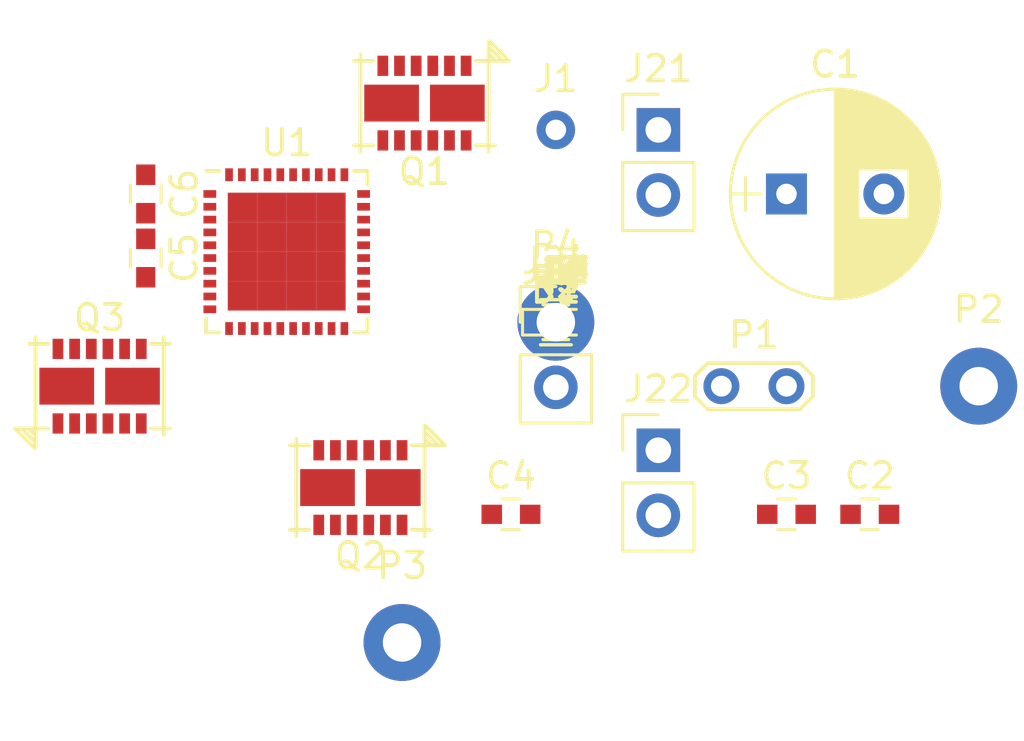
<source format=kicad_pcb>
(kicad_pcb (version 4) (host pcbnew 4.0.6)

  (general
    (links 123)
    (no_connects 84)
    (area 0 0 0 0)
    (thickness 1.6)
    (drawings 0)
    (tracks 0)
    (zones 0)
    (modules 48)
    (nets 36)
  )

  (page A4)
  (layers
    (0 F.Cu signal)
    (31 B.Cu signal)
    (32 B.Adhes user)
    (33 F.Adhes user)
    (34 B.Paste user)
    (35 F.Paste user)
    (36 B.SilkS user)
    (37 F.SilkS user)
    (38 B.Mask user)
    (39 F.Mask user)
    (40 Dwgs.User user)
    (41 Cmts.User user)
    (42 Eco1.User user)
    (43 Eco2.User user)
    (44 Edge.Cuts user)
    (45 Margin user)
    (46 B.CrtYd user)
    (47 F.CrtYd user)
    (48 B.Fab user)
    (49 F.Fab user)
  )

  (setup
    (last_trace_width 0.25)
    (trace_clearance 0.2)
    (zone_clearance 0.508)
    (zone_45_only no)
    (trace_min 0.2)
    (segment_width 0.2)
    (edge_width 0.15)
    (via_size 0.6)
    (via_drill 0.4)
    (via_min_size 0.4)
    (via_min_drill 0.3)
    (uvia_size 0.3)
    (uvia_drill 0.1)
    (uvias_allowed no)
    (uvia_min_size 0.2)
    (uvia_min_drill 0.1)
    (pcb_text_width 0.3)
    (pcb_text_size 1.5 1.5)
    (mod_edge_width 0.15)
    (mod_text_size 1 1)
    (mod_text_width 0.15)
    (pad_size 1.524 1.524)
    (pad_drill 0.762)
    (pad_to_mask_clearance 0.2)
    (aux_axis_origin 0 0)
    (visible_elements FFFFFF7F)
    (pcbplotparams
      (layerselection 0x00030_80000001)
      (usegerberextensions false)
      (excludeedgelayer true)
      (linewidth 0.100000)
      (plotframeref false)
      (viasonmask false)
      (mode 1)
      (useauxorigin false)
      (hpglpennumber 1)
      (hpglpenspeed 20)
      (hpglpendiameter 15)
      (hpglpenoverlay 2)
      (psnegative false)
      (psa4output false)
      (plotreference true)
      (plotvalue true)
      (plotinvisibletext false)
      (padsonsilk false)
      (subtractmaskfromsilk false)
      (outputformat 1)
      (mirror false)
      (drillshape 1)
      (scaleselection 1)
      (outputdirectory ""))
  )

  (net 0 "")
  (net 1 +24V)
  (net 2 GND)
  (net 3 +3V3)
  (net 4 /Motor_Driver/VCP)
  (net 5 /Motor_Driver/CPL)
  (net 6 /Motor_Driver/CPH)
  (net 7 "Net-(D1-Pad1)")
  (net 8 /Motor_Driver/INHA)
  (net 9 /Motor_Driver/INLA)
  (net 10 /Motor_Driver/INHB)
  (net 11 /Motor_Driver/INLB)
  (net 12 /Motor_Driver/INHC)
  (net 13 /Motor_Driver/INLC)
  (net 14 /Motor_Driver/ENABLE)
  (net 15 /Motor_Driver/MOSI)
  (net 16 /Motor_Driver/MISO)
  (net 17 /Motor_Driver/SCK)
  (net 18 /Motor_Driver/~CS)
  (net 19 /Motor_Driver/~FAULT)
  (net 20 /Motor_Driver/SenseAll)
  (net 21 /Motor_Driver/SenseB)
  (net 22 /Motor_Driver/SenseC)
  (net 23 /Motor_Driver/SenseCAL)
  (net 24 "Net-(J20-Pad1)")
  (net 25 "Net-(J21-Pad1)")
  (net 26 "Net-(J21-Pad2)")
  (net 27 "Net-(J22-Pad2)")
  (net 28 "Net-(J23-Pad1)")
  (net 29 "Net-(J25-Pad1)")
  (net 30 "Net-(J26-Pad1)")
  (net 31 "Net-(J27-Pad1)")
  (net 32 "Net-(J28-Pad1)")
  (net 33 /Motor_Driver/OUT_U)
  (net 34 /Motor_Driver/OUT_V)
  (net 35 /Motor_Driver/OUT_W)

  (net_class Default "Dies ist die voreingestellte Netzklasse."
    (clearance 0.2)
    (trace_width 0.25)
    (via_dia 0.6)
    (via_drill 0.4)
    (uvia_dia 0.3)
    (uvia_drill 0.1)
    (add_net +24V)
    (add_net +3V3)
    (add_net /Motor_Driver/CPH)
    (add_net /Motor_Driver/CPL)
    (add_net /Motor_Driver/ENABLE)
    (add_net /Motor_Driver/INHA)
    (add_net /Motor_Driver/INHB)
    (add_net /Motor_Driver/INHC)
    (add_net /Motor_Driver/INLA)
    (add_net /Motor_Driver/INLB)
    (add_net /Motor_Driver/INLC)
    (add_net /Motor_Driver/MISO)
    (add_net /Motor_Driver/MOSI)
    (add_net /Motor_Driver/OUT_U)
    (add_net /Motor_Driver/OUT_V)
    (add_net /Motor_Driver/OUT_W)
    (add_net /Motor_Driver/SCK)
    (add_net /Motor_Driver/SenseAll)
    (add_net /Motor_Driver/SenseB)
    (add_net /Motor_Driver/SenseC)
    (add_net /Motor_Driver/SenseCAL)
    (add_net /Motor_Driver/VCP)
    (add_net /Motor_Driver/~CS)
    (add_net /Motor_Driver/~FAULT)
    (add_net GND)
    (add_net "Net-(D1-Pad1)")
    (add_net "Net-(J20-Pad1)")
    (add_net "Net-(J21-Pad1)")
    (add_net "Net-(J21-Pad2)")
    (add_net "Net-(J22-Pad2)")
    (add_net "Net-(J23-Pad1)")
    (add_net "Net-(J25-Pad1)")
    (add_net "Net-(J26-Pad1)")
    (add_net "Net-(J27-Pad1)")
    (add_net "Net-(J28-Pad1)")
  )

  (module Capacitors_THT:CP_Radial_D8.0mm_P3.80mm (layer F.Cu) (tedit 58765D06) (tstamp 5B03612E)
    (at 157.5 100)
    (descr "CP, Radial series, Radial, pin pitch=3.80mm, , diameter=8mm, Electrolytic Capacitor")
    (tags "CP Radial series Radial pin pitch 3.80mm  diameter 8mm Electrolytic Capacitor")
    (path /59B9FE17/5A4FE464)
    (fp_text reference C1 (at 1.9 -5.06) (layer F.SilkS)
      (effects (font (size 1 1) (thickness 0.15)))
    )
    (fp_text value ">10µ 35V" (at 1.9 5.06) (layer F.Fab)
      (effects (font (size 1 1) (thickness 0.15)))
    )
    (fp_circle (center 1.9 0) (end 5.9 0) (layer F.Fab) (width 0.1))
    (fp_circle (center 1.9 0) (end 5.99 0) (layer F.SilkS) (width 0.12))
    (fp_line (start -2.2 0) (end -1 0) (layer F.Fab) (width 0.1))
    (fp_line (start -1.6 -0.65) (end -1.6 0.65) (layer F.Fab) (width 0.1))
    (fp_line (start 1.9 -4.05) (end 1.9 4.05) (layer F.SilkS) (width 0.12))
    (fp_line (start 1.94 -4.05) (end 1.94 4.05) (layer F.SilkS) (width 0.12))
    (fp_line (start 1.98 -4.05) (end 1.98 4.05) (layer F.SilkS) (width 0.12))
    (fp_line (start 2.02 -4.049) (end 2.02 4.049) (layer F.SilkS) (width 0.12))
    (fp_line (start 2.06 -4.047) (end 2.06 4.047) (layer F.SilkS) (width 0.12))
    (fp_line (start 2.1 -4.046) (end 2.1 4.046) (layer F.SilkS) (width 0.12))
    (fp_line (start 2.14 -4.043) (end 2.14 4.043) (layer F.SilkS) (width 0.12))
    (fp_line (start 2.18 -4.041) (end 2.18 4.041) (layer F.SilkS) (width 0.12))
    (fp_line (start 2.22 -4.038) (end 2.22 4.038) (layer F.SilkS) (width 0.12))
    (fp_line (start 2.26 -4.035) (end 2.26 4.035) (layer F.SilkS) (width 0.12))
    (fp_line (start 2.3 -4.031) (end 2.3 4.031) (layer F.SilkS) (width 0.12))
    (fp_line (start 2.34 -4.027) (end 2.34 4.027) (layer F.SilkS) (width 0.12))
    (fp_line (start 2.38 -4.022) (end 2.38 4.022) (layer F.SilkS) (width 0.12))
    (fp_line (start 2.42 -4.017) (end 2.42 4.017) (layer F.SilkS) (width 0.12))
    (fp_line (start 2.46 -4.012) (end 2.46 4.012) (layer F.SilkS) (width 0.12))
    (fp_line (start 2.5 -4.006) (end 2.5 4.006) (layer F.SilkS) (width 0.12))
    (fp_line (start 2.54 -4) (end 2.54 4) (layer F.SilkS) (width 0.12))
    (fp_line (start 2.58 -3.994) (end 2.58 3.994) (layer F.SilkS) (width 0.12))
    (fp_line (start 2.621 -3.987) (end 2.621 3.987) (layer F.SilkS) (width 0.12))
    (fp_line (start 2.661 -3.979) (end 2.661 3.979) (layer F.SilkS) (width 0.12))
    (fp_line (start 2.701 -3.971) (end 2.701 3.971) (layer F.SilkS) (width 0.12))
    (fp_line (start 2.741 -3.963) (end 2.741 3.963) (layer F.SilkS) (width 0.12))
    (fp_line (start 2.781 -3.955) (end 2.781 3.955) (layer F.SilkS) (width 0.12))
    (fp_line (start 2.821 -3.946) (end 2.821 -0.98) (layer F.SilkS) (width 0.12))
    (fp_line (start 2.821 0.98) (end 2.821 3.946) (layer F.SilkS) (width 0.12))
    (fp_line (start 2.861 -3.936) (end 2.861 -0.98) (layer F.SilkS) (width 0.12))
    (fp_line (start 2.861 0.98) (end 2.861 3.936) (layer F.SilkS) (width 0.12))
    (fp_line (start 2.901 -3.926) (end 2.901 -0.98) (layer F.SilkS) (width 0.12))
    (fp_line (start 2.901 0.98) (end 2.901 3.926) (layer F.SilkS) (width 0.12))
    (fp_line (start 2.941 -3.916) (end 2.941 -0.98) (layer F.SilkS) (width 0.12))
    (fp_line (start 2.941 0.98) (end 2.941 3.916) (layer F.SilkS) (width 0.12))
    (fp_line (start 2.981 -3.905) (end 2.981 -0.98) (layer F.SilkS) (width 0.12))
    (fp_line (start 2.981 0.98) (end 2.981 3.905) (layer F.SilkS) (width 0.12))
    (fp_line (start 3.021 -3.894) (end 3.021 -0.98) (layer F.SilkS) (width 0.12))
    (fp_line (start 3.021 0.98) (end 3.021 3.894) (layer F.SilkS) (width 0.12))
    (fp_line (start 3.061 -3.883) (end 3.061 -0.98) (layer F.SilkS) (width 0.12))
    (fp_line (start 3.061 0.98) (end 3.061 3.883) (layer F.SilkS) (width 0.12))
    (fp_line (start 3.101 -3.87) (end 3.101 -0.98) (layer F.SilkS) (width 0.12))
    (fp_line (start 3.101 0.98) (end 3.101 3.87) (layer F.SilkS) (width 0.12))
    (fp_line (start 3.141 -3.858) (end 3.141 -0.98) (layer F.SilkS) (width 0.12))
    (fp_line (start 3.141 0.98) (end 3.141 3.858) (layer F.SilkS) (width 0.12))
    (fp_line (start 3.181 -3.845) (end 3.181 -0.98) (layer F.SilkS) (width 0.12))
    (fp_line (start 3.181 0.98) (end 3.181 3.845) (layer F.SilkS) (width 0.12))
    (fp_line (start 3.221 -3.832) (end 3.221 -0.98) (layer F.SilkS) (width 0.12))
    (fp_line (start 3.221 0.98) (end 3.221 3.832) (layer F.SilkS) (width 0.12))
    (fp_line (start 3.261 -3.818) (end 3.261 -0.98) (layer F.SilkS) (width 0.12))
    (fp_line (start 3.261 0.98) (end 3.261 3.818) (layer F.SilkS) (width 0.12))
    (fp_line (start 3.301 -3.803) (end 3.301 -0.98) (layer F.SilkS) (width 0.12))
    (fp_line (start 3.301 0.98) (end 3.301 3.803) (layer F.SilkS) (width 0.12))
    (fp_line (start 3.341 -3.789) (end 3.341 -0.98) (layer F.SilkS) (width 0.12))
    (fp_line (start 3.341 0.98) (end 3.341 3.789) (layer F.SilkS) (width 0.12))
    (fp_line (start 3.381 -3.773) (end 3.381 -0.98) (layer F.SilkS) (width 0.12))
    (fp_line (start 3.381 0.98) (end 3.381 3.773) (layer F.SilkS) (width 0.12))
    (fp_line (start 3.421 -3.758) (end 3.421 -0.98) (layer F.SilkS) (width 0.12))
    (fp_line (start 3.421 0.98) (end 3.421 3.758) (layer F.SilkS) (width 0.12))
    (fp_line (start 3.461 -3.741) (end 3.461 -0.98) (layer F.SilkS) (width 0.12))
    (fp_line (start 3.461 0.98) (end 3.461 3.741) (layer F.SilkS) (width 0.12))
    (fp_line (start 3.501 -3.725) (end 3.501 -0.98) (layer F.SilkS) (width 0.12))
    (fp_line (start 3.501 0.98) (end 3.501 3.725) (layer F.SilkS) (width 0.12))
    (fp_line (start 3.541 -3.707) (end 3.541 -0.98) (layer F.SilkS) (width 0.12))
    (fp_line (start 3.541 0.98) (end 3.541 3.707) (layer F.SilkS) (width 0.12))
    (fp_line (start 3.581 -3.69) (end 3.581 -0.98) (layer F.SilkS) (width 0.12))
    (fp_line (start 3.581 0.98) (end 3.581 3.69) (layer F.SilkS) (width 0.12))
    (fp_line (start 3.621 -3.671) (end 3.621 -0.98) (layer F.SilkS) (width 0.12))
    (fp_line (start 3.621 0.98) (end 3.621 3.671) (layer F.SilkS) (width 0.12))
    (fp_line (start 3.661 -3.652) (end 3.661 -0.98) (layer F.SilkS) (width 0.12))
    (fp_line (start 3.661 0.98) (end 3.661 3.652) (layer F.SilkS) (width 0.12))
    (fp_line (start 3.701 -3.633) (end 3.701 -0.98) (layer F.SilkS) (width 0.12))
    (fp_line (start 3.701 0.98) (end 3.701 3.633) (layer F.SilkS) (width 0.12))
    (fp_line (start 3.741 -3.613) (end 3.741 -0.98) (layer F.SilkS) (width 0.12))
    (fp_line (start 3.741 0.98) (end 3.741 3.613) (layer F.SilkS) (width 0.12))
    (fp_line (start 3.781 -3.593) (end 3.781 -0.98) (layer F.SilkS) (width 0.12))
    (fp_line (start 3.781 0.98) (end 3.781 3.593) (layer F.SilkS) (width 0.12))
    (fp_line (start 3.821 -3.572) (end 3.821 -0.98) (layer F.SilkS) (width 0.12))
    (fp_line (start 3.821 0.98) (end 3.821 3.572) (layer F.SilkS) (width 0.12))
    (fp_line (start 3.861 -3.55) (end 3.861 -0.98) (layer F.SilkS) (width 0.12))
    (fp_line (start 3.861 0.98) (end 3.861 3.55) (layer F.SilkS) (width 0.12))
    (fp_line (start 3.901 -3.528) (end 3.901 -0.98) (layer F.SilkS) (width 0.12))
    (fp_line (start 3.901 0.98) (end 3.901 3.528) (layer F.SilkS) (width 0.12))
    (fp_line (start 3.941 -3.505) (end 3.941 -0.98) (layer F.SilkS) (width 0.12))
    (fp_line (start 3.941 0.98) (end 3.941 3.505) (layer F.SilkS) (width 0.12))
    (fp_line (start 3.981 -3.482) (end 3.981 -0.98) (layer F.SilkS) (width 0.12))
    (fp_line (start 3.981 0.98) (end 3.981 3.482) (layer F.SilkS) (width 0.12))
    (fp_line (start 4.021 -3.458) (end 4.021 -0.98) (layer F.SilkS) (width 0.12))
    (fp_line (start 4.021 0.98) (end 4.021 3.458) (layer F.SilkS) (width 0.12))
    (fp_line (start 4.061 -3.434) (end 4.061 -0.98) (layer F.SilkS) (width 0.12))
    (fp_line (start 4.061 0.98) (end 4.061 3.434) (layer F.SilkS) (width 0.12))
    (fp_line (start 4.101 -3.408) (end 4.101 -0.98) (layer F.SilkS) (width 0.12))
    (fp_line (start 4.101 0.98) (end 4.101 3.408) (layer F.SilkS) (width 0.12))
    (fp_line (start 4.141 -3.383) (end 4.141 -0.98) (layer F.SilkS) (width 0.12))
    (fp_line (start 4.141 0.98) (end 4.141 3.383) (layer F.SilkS) (width 0.12))
    (fp_line (start 4.181 -3.356) (end 4.181 -0.98) (layer F.SilkS) (width 0.12))
    (fp_line (start 4.181 0.98) (end 4.181 3.356) (layer F.SilkS) (width 0.12))
    (fp_line (start 4.221 -3.329) (end 4.221 -0.98) (layer F.SilkS) (width 0.12))
    (fp_line (start 4.221 0.98) (end 4.221 3.329) (layer F.SilkS) (width 0.12))
    (fp_line (start 4.261 -3.301) (end 4.261 -0.98) (layer F.SilkS) (width 0.12))
    (fp_line (start 4.261 0.98) (end 4.261 3.301) (layer F.SilkS) (width 0.12))
    (fp_line (start 4.301 -3.272) (end 4.301 -0.98) (layer F.SilkS) (width 0.12))
    (fp_line (start 4.301 0.98) (end 4.301 3.272) (layer F.SilkS) (width 0.12))
    (fp_line (start 4.341 -3.243) (end 4.341 -0.98) (layer F.SilkS) (width 0.12))
    (fp_line (start 4.341 0.98) (end 4.341 3.243) (layer F.SilkS) (width 0.12))
    (fp_line (start 4.381 -3.213) (end 4.381 -0.98) (layer F.SilkS) (width 0.12))
    (fp_line (start 4.381 0.98) (end 4.381 3.213) (layer F.SilkS) (width 0.12))
    (fp_line (start 4.421 -3.182) (end 4.421 -0.98) (layer F.SilkS) (width 0.12))
    (fp_line (start 4.421 0.98) (end 4.421 3.182) (layer F.SilkS) (width 0.12))
    (fp_line (start 4.461 -3.15) (end 4.461 -0.98) (layer F.SilkS) (width 0.12))
    (fp_line (start 4.461 0.98) (end 4.461 3.15) (layer F.SilkS) (width 0.12))
    (fp_line (start 4.501 -3.118) (end 4.501 -0.98) (layer F.SilkS) (width 0.12))
    (fp_line (start 4.501 0.98) (end 4.501 3.118) (layer F.SilkS) (width 0.12))
    (fp_line (start 4.541 -3.084) (end 4.541 -0.98) (layer F.SilkS) (width 0.12))
    (fp_line (start 4.541 0.98) (end 4.541 3.084) (layer F.SilkS) (width 0.12))
    (fp_line (start 4.581 -3.05) (end 4.581 -0.98) (layer F.SilkS) (width 0.12))
    (fp_line (start 4.581 0.98) (end 4.581 3.05) (layer F.SilkS) (width 0.12))
    (fp_line (start 4.621 -3.015) (end 4.621 -0.98) (layer F.SilkS) (width 0.12))
    (fp_line (start 4.621 0.98) (end 4.621 3.015) (layer F.SilkS) (width 0.12))
    (fp_line (start 4.661 -2.979) (end 4.661 -0.98) (layer F.SilkS) (width 0.12))
    (fp_line (start 4.661 0.98) (end 4.661 2.979) (layer F.SilkS) (width 0.12))
    (fp_line (start 4.701 -2.942) (end 4.701 -0.98) (layer F.SilkS) (width 0.12))
    (fp_line (start 4.701 0.98) (end 4.701 2.942) (layer F.SilkS) (width 0.12))
    (fp_line (start 4.741 -2.904) (end 4.741 -0.98) (layer F.SilkS) (width 0.12))
    (fp_line (start 4.741 0.98) (end 4.741 2.904) (layer F.SilkS) (width 0.12))
    (fp_line (start 4.781 -2.865) (end 4.781 2.865) (layer F.SilkS) (width 0.12))
    (fp_line (start 4.821 -2.824) (end 4.821 2.824) (layer F.SilkS) (width 0.12))
    (fp_line (start 4.861 -2.783) (end 4.861 2.783) (layer F.SilkS) (width 0.12))
    (fp_line (start 4.901 -2.74) (end 4.901 2.74) (layer F.SilkS) (width 0.12))
    (fp_line (start 4.941 -2.697) (end 4.941 2.697) (layer F.SilkS) (width 0.12))
    (fp_line (start 4.981 -2.652) (end 4.981 2.652) (layer F.SilkS) (width 0.12))
    (fp_line (start 5.021 -2.605) (end 5.021 2.605) (layer F.SilkS) (width 0.12))
    (fp_line (start 5.061 -2.557) (end 5.061 2.557) (layer F.SilkS) (width 0.12))
    (fp_line (start 5.101 -2.508) (end 5.101 2.508) (layer F.SilkS) (width 0.12))
    (fp_line (start 5.141 -2.457) (end 5.141 2.457) (layer F.SilkS) (width 0.12))
    (fp_line (start 5.181 -2.404) (end 5.181 2.404) (layer F.SilkS) (width 0.12))
    (fp_line (start 5.221 -2.349) (end 5.221 2.349) (layer F.SilkS) (width 0.12))
    (fp_line (start 5.261 -2.293) (end 5.261 2.293) (layer F.SilkS) (width 0.12))
    (fp_line (start 5.301 -2.234) (end 5.301 2.234) (layer F.SilkS) (width 0.12))
    (fp_line (start 5.341 -2.173) (end 5.341 2.173) (layer F.SilkS) (width 0.12))
    (fp_line (start 5.381 -2.109) (end 5.381 2.109) (layer F.SilkS) (width 0.12))
    (fp_line (start 5.421 -2.043) (end 5.421 2.043) (layer F.SilkS) (width 0.12))
    (fp_line (start 5.461 -1.974) (end 5.461 1.974) (layer F.SilkS) (width 0.12))
    (fp_line (start 5.501 -1.902) (end 5.501 1.902) (layer F.SilkS) (width 0.12))
    (fp_line (start 5.541 -1.826) (end 5.541 1.826) (layer F.SilkS) (width 0.12))
    (fp_line (start 5.581 -1.745) (end 5.581 1.745) (layer F.SilkS) (width 0.12))
    (fp_line (start 5.621 -1.66) (end 5.621 1.66) (layer F.SilkS) (width 0.12))
    (fp_line (start 5.661 -1.57) (end 5.661 1.57) (layer F.SilkS) (width 0.12))
    (fp_line (start 5.701 -1.473) (end 5.701 1.473) (layer F.SilkS) (width 0.12))
    (fp_line (start 5.741 -1.369) (end 5.741 1.369) (layer F.SilkS) (width 0.12))
    (fp_line (start 5.781 -1.254) (end 5.781 1.254) (layer F.SilkS) (width 0.12))
    (fp_line (start 5.821 -1.127) (end 5.821 1.127) (layer F.SilkS) (width 0.12))
    (fp_line (start 5.861 -0.983) (end 5.861 0.983) (layer F.SilkS) (width 0.12))
    (fp_line (start 5.901 -0.814) (end 5.901 0.814) (layer F.SilkS) (width 0.12))
    (fp_line (start 5.941 -0.598) (end 5.941 0.598) (layer F.SilkS) (width 0.12))
    (fp_line (start 5.981 -0.246) (end 5.981 0.246) (layer F.SilkS) (width 0.12))
    (fp_line (start -2.2 0) (end -1 0) (layer F.SilkS) (width 0.12))
    (fp_line (start -1.6 -0.65) (end -1.6 0.65) (layer F.SilkS) (width 0.12))
    (fp_line (start -2.45 -4.35) (end -2.45 4.35) (layer F.CrtYd) (width 0.05))
    (fp_line (start -2.45 4.35) (end 6.25 4.35) (layer F.CrtYd) (width 0.05))
    (fp_line (start 6.25 4.35) (end 6.25 -4.35) (layer F.CrtYd) (width 0.05))
    (fp_line (start 6.25 -4.35) (end -2.45 -4.35) (layer F.CrtYd) (width 0.05))
    (pad 1 thru_hole rect (at 0 0) (size 1.6 1.6) (drill 0.8) (layers *.Cu *.Mask)
      (net 1 +24V))
    (pad 2 thru_hole circle (at 3.8 0) (size 1.6 1.6) (drill 0.8) (layers *.Cu *.Mask)
      (net 2 GND))
    (model Capacitors_THT.3dshapes/CP_Radial_D8.0mm_P3.80mm.wrl
      (at (xyz 0 0 0))
      (scale (xyz 0.393701 0.393701 0.393701))
      (rotate (xyz 0 0 0))
    )
  )

  (module Capacitors_SMD:C_0603 (layer F.Cu) (tedit 58AA844E) (tstamp 5B036134)
    (at 160.75 112.5)
    (descr "Capacitor SMD 0603, reflow soldering, AVX (see smccp.pdf)")
    (tags "capacitor 0603")
    (path /59B9FE17/5A4FE3E8)
    (attr smd)
    (fp_text reference C2 (at 0 -1.5) (layer F.SilkS)
      (effects (font (size 1 1) (thickness 0.15)))
    )
    (fp_text value "100n 50V" (at 0 1.5) (layer F.Fab)
      (effects (font (size 1 1) (thickness 0.15)))
    )
    (fp_text user %R (at 0 -1.5) (layer F.Fab)
      (effects (font (size 1 1) (thickness 0.15)))
    )
    (fp_line (start -0.8 0.4) (end -0.8 -0.4) (layer F.Fab) (width 0.1))
    (fp_line (start 0.8 0.4) (end -0.8 0.4) (layer F.Fab) (width 0.1))
    (fp_line (start 0.8 -0.4) (end 0.8 0.4) (layer F.Fab) (width 0.1))
    (fp_line (start -0.8 -0.4) (end 0.8 -0.4) (layer F.Fab) (width 0.1))
    (fp_line (start -0.35 -0.6) (end 0.35 -0.6) (layer F.SilkS) (width 0.12))
    (fp_line (start 0.35 0.6) (end -0.35 0.6) (layer F.SilkS) (width 0.12))
    (fp_line (start -1.4 -0.65) (end 1.4 -0.65) (layer F.CrtYd) (width 0.05))
    (fp_line (start -1.4 -0.65) (end -1.4 0.65) (layer F.CrtYd) (width 0.05))
    (fp_line (start 1.4 0.65) (end 1.4 -0.65) (layer F.CrtYd) (width 0.05))
    (fp_line (start 1.4 0.65) (end -1.4 0.65) (layer F.CrtYd) (width 0.05))
    (pad 1 smd rect (at -0.75 0) (size 0.8 0.75) (layers F.Cu F.Paste F.Mask)
      (net 1 +24V))
    (pad 2 smd rect (at 0.75 0) (size 0.8 0.75) (layers F.Cu F.Paste F.Mask)
      (net 2 GND))
    (model Capacitors_SMD.3dshapes/C_0603.wrl
      (at (xyz 0 0 0))
      (scale (xyz 1 1 1))
      (rotate (xyz 0 0 0))
    )
  )

  (module Capacitors_SMD:C_0603 (layer F.Cu) (tedit 58AA844E) (tstamp 5B03613A)
    (at 157.5 112.5)
    (descr "Capacitor SMD 0603, reflow soldering, AVX (see smccp.pdf)")
    (tags "capacitor 0603")
    (path /59B9FE17/5A78F36A)
    (attr smd)
    (fp_text reference C3 (at 0 -1.5) (layer F.SilkS)
      (effects (font (size 1 1) (thickness 0.15)))
    )
    (fp_text value "100n 50V" (at 0 1.5) (layer F.Fab)
      (effects (font (size 1 1) (thickness 0.15)))
    )
    (fp_text user %R (at 0 -1.5) (layer F.Fab)
      (effects (font (size 1 1) (thickness 0.15)))
    )
    (fp_line (start -0.8 0.4) (end -0.8 -0.4) (layer F.Fab) (width 0.1))
    (fp_line (start 0.8 0.4) (end -0.8 0.4) (layer F.Fab) (width 0.1))
    (fp_line (start 0.8 -0.4) (end 0.8 0.4) (layer F.Fab) (width 0.1))
    (fp_line (start -0.8 -0.4) (end 0.8 -0.4) (layer F.Fab) (width 0.1))
    (fp_line (start -0.35 -0.6) (end 0.35 -0.6) (layer F.SilkS) (width 0.12))
    (fp_line (start 0.35 0.6) (end -0.35 0.6) (layer F.SilkS) (width 0.12))
    (fp_line (start -1.4 -0.65) (end 1.4 -0.65) (layer F.CrtYd) (width 0.05))
    (fp_line (start -1.4 -0.65) (end -1.4 0.65) (layer F.CrtYd) (width 0.05))
    (fp_line (start 1.4 0.65) (end 1.4 -0.65) (layer F.CrtYd) (width 0.05))
    (fp_line (start 1.4 0.65) (end -1.4 0.65) (layer F.CrtYd) (width 0.05))
    (pad 1 smd rect (at -0.75 0) (size 0.8 0.75) (layers F.Cu F.Paste F.Mask)
      (net 1 +24V))
    (pad 2 smd rect (at 0.75 0) (size 0.8 0.75) (layers F.Cu F.Paste F.Mask)
      (net 2 GND))
    (model Capacitors_SMD.3dshapes/C_0603.wrl
      (at (xyz 0 0 0))
      (scale (xyz 1 1 1))
      (rotate (xyz 0 0 0))
    )
  )

  (module Capacitors_SMD:C_0603 (layer F.Cu) (tedit 58AA844E) (tstamp 5B036140)
    (at 146.75 112.5)
    (descr "Capacitor SMD 0603, reflow soldering, AVX (see smccp.pdf)")
    (tags "capacitor 0603")
    (path /59B9FE17/5A4FE71A)
    (attr smd)
    (fp_text reference C4 (at 0 -1.5) (layer F.SilkS)
      (effects (font (size 1 1) (thickness 0.15)))
    )
    (fp_text value "1µ 6V3 X7R" (at 0 1.5) (layer F.Fab)
      (effects (font (size 1 1) (thickness 0.15)))
    )
    (fp_text user %R (at 0 -1.5) (layer F.Fab)
      (effects (font (size 1 1) (thickness 0.15)))
    )
    (fp_line (start -0.8 0.4) (end -0.8 -0.4) (layer F.Fab) (width 0.1))
    (fp_line (start 0.8 0.4) (end -0.8 0.4) (layer F.Fab) (width 0.1))
    (fp_line (start 0.8 -0.4) (end 0.8 0.4) (layer F.Fab) (width 0.1))
    (fp_line (start -0.8 -0.4) (end 0.8 -0.4) (layer F.Fab) (width 0.1))
    (fp_line (start -0.35 -0.6) (end 0.35 -0.6) (layer F.SilkS) (width 0.12))
    (fp_line (start 0.35 0.6) (end -0.35 0.6) (layer F.SilkS) (width 0.12))
    (fp_line (start -1.4 -0.65) (end 1.4 -0.65) (layer F.CrtYd) (width 0.05))
    (fp_line (start -1.4 -0.65) (end -1.4 0.65) (layer F.CrtYd) (width 0.05))
    (fp_line (start 1.4 0.65) (end 1.4 -0.65) (layer F.CrtYd) (width 0.05))
    (fp_line (start 1.4 0.65) (end -1.4 0.65) (layer F.CrtYd) (width 0.05))
    (pad 1 smd rect (at -0.75 0) (size 0.8 0.75) (layers F.Cu F.Paste F.Mask)
      (net 3 +3V3))
    (pad 2 smd rect (at 0.75 0) (size 0.8 0.75) (layers F.Cu F.Paste F.Mask)
      (net 2 GND))
    (model Capacitors_SMD.3dshapes/C_0603.wrl
      (at (xyz 0 0 0))
      (scale (xyz 1 1 1))
      (rotate (xyz 0 0 0))
    )
  )

  (module Capacitors_SMD:C_0603 (layer F.Cu) (tedit 58AA844E) (tstamp 5B036146)
    (at 132.5 102.5 270)
    (descr "Capacitor SMD 0603, reflow soldering, AVX (see smccp.pdf)")
    (tags "capacitor 0603")
    (path /59B9FE17/5A4FE181)
    (attr smd)
    (fp_text reference C5 (at 0 -1.5 270) (layer F.SilkS)
      (effects (font (size 1 1) (thickness 0.15)))
    )
    (fp_text value "1µ 16V X7R" (at 0 1.5 270) (layer F.Fab)
      (effects (font (size 1 1) (thickness 0.15)))
    )
    (fp_text user %R (at 0 -1.5 270) (layer F.Fab)
      (effects (font (size 1 1) (thickness 0.15)))
    )
    (fp_line (start -0.8 0.4) (end -0.8 -0.4) (layer F.Fab) (width 0.1))
    (fp_line (start 0.8 0.4) (end -0.8 0.4) (layer F.Fab) (width 0.1))
    (fp_line (start 0.8 -0.4) (end 0.8 0.4) (layer F.Fab) (width 0.1))
    (fp_line (start -0.8 -0.4) (end 0.8 -0.4) (layer F.Fab) (width 0.1))
    (fp_line (start -0.35 -0.6) (end 0.35 -0.6) (layer F.SilkS) (width 0.12))
    (fp_line (start 0.35 0.6) (end -0.35 0.6) (layer F.SilkS) (width 0.12))
    (fp_line (start -1.4 -0.65) (end 1.4 -0.65) (layer F.CrtYd) (width 0.05))
    (fp_line (start -1.4 -0.65) (end -1.4 0.65) (layer F.CrtYd) (width 0.05))
    (fp_line (start 1.4 0.65) (end 1.4 -0.65) (layer F.CrtYd) (width 0.05))
    (fp_line (start 1.4 0.65) (end -1.4 0.65) (layer F.CrtYd) (width 0.05))
    (pad 1 smd rect (at -0.75 0 270) (size 0.8 0.75) (layers F.Cu F.Paste F.Mask)
      (net 4 /Motor_Driver/VCP))
    (pad 2 smd rect (at 0.75 0 270) (size 0.8 0.75) (layers F.Cu F.Paste F.Mask)
      (net 1 +24V))
    (model Capacitors_SMD.3dshapes/C_0603.wrl
      (at (xyz 0 0 0))
      (scale (xyz 1 1 1))
      (rotate (xyz 0 0 0))
    )
  )

  (module Capacitors_SMD:C_0603 (layer F.Cu) (tedit 58AA844E) (tstamp 5B03614C)
    (at 132.5 100 270)
    (descr "Capacitor SMD 0603, reflow soldering, AVX (see smccp.pdf)")
    (tags "capacitor 0603")
    (path /59B9FE17/5A4FE29C)
    (attr smd)
    (fp_text reference C6 (at 0 -1.5 270) (layer F.SilkS)
      (effects (font (size 1 1) (thickness 0.15)))
    )
    (fp_text value "47n 50V X7R" (at 0 1.5 270) (layer F.Fab)
      (effects (font (size 1 1) (thickness 0.15)))
    )
    (fp_text user %R (at 0 -1.5 270) (layer F.Fab)
      (effects (font (size 1 1) (thickness 0.15)))
    )
    (fp_line (start -0.8 0.4) (end -0.8 -0.4) (layer F.Fab) (width 0.1))
    (fp_line (start 0.8 0.4) (end -0.8 0.4) (layer F.Fab) (width 0.1))
    (fp_line (start 0.8 -0.4) (end 0.8 0.4) (layer F.Fab) (width 0.1))
    (fp_line (start -0.8 -0.4) (end 0.8 -0.4) (layer F.Fab) (width 0.1))
    (fp_line (start -0.35 -0.6) (end 0.35 -0.6) (layer F.SilkS) (width 0.12))
    (fp_line (start 0.35 0.6) (end -0.35 0.6) (layer F.SilkS) (width 0.12))
    (fp_line (start -1.4 -0.65) (end 1.4 -0.65) (layer F.CrtYd) (width 0.05))
    (fp_line (start -1.4 -0.65) (end -1.4 0.65) (layer F.CrtYd) (width 0.05))
    (fp_line (start 1.4 0.65) (end 1.4 -0.65) (layer F.CrtYd) (width 0.05))
    (fp_line (start 1.4 0.65) (end -1.4 0.65) (layer F.CrtYd) (width 0.05))
    (pad 1 smd rect (at -0.75 0 270) (size 0.8 0.75) (layers F.Cu F.Paste F.Mask)
      (net 5 /Motor_Driver/CPL))
    (pad 2 smd rect (at 0.75 0 270) (size 0.8 0.75) (layers F.Cu F.Paste F.Mask)
      (net 6 /Motor_Driver/CPH))
    (model Capacitors_SMD.3dshapes/C_0603.wrl
      (at (xyz 0 0 0))
      (scale (xyz 1 1 1))
      (rotate (xyz 0 0 0))
    )
  )

  (module LEDs:LED_0603 (layer F.Cu) (tedit 57FE93A5) (tstamp 5B036152)
    (at 148.5011 105.0036)
    (descr "LED 0603 smd package")
    (tags "LED led 0603 SMD smd SMT smt smdled SMDLED smtled SMTLED")
    (path /59B9FE17/5B03CDB8)
    (attr smd)
    (fp_text reference D1 (at 0 -1.25) (layer F.SilkS)
      (effects (font (size 1 1) (thickness 0.15)))
    )
    (fp_text value RED (at 0 1.35) (layer F.Fab)
      (effects (font (size 1 1) (thickness 0.15)))
    )
    (fp_line (start -1.3 -0.5) (end -1.3 0.5) (layer F.SilkS) (width 0.12))
    (fp_line (start -0.2 -0.2) (end -0.2 0.2) (layer F.Fab) (width 0.1))
    (fp_line (start -0.15 0) (end 0.15 -0.2) (layer F.Fab) (width 0.1))
    (fp_line (start 0.15 0.2) (end -0.15 0) (layer F.Fab) (width 0.1))
    (fp_line (start 0.15 -0.2) (end 0.15 0.2) (layer F.Fab) (width 0.1))
    (fp_line (start 0.8 0.4) (end -0.8 0.4) (layer F.Fab) (width 0.1))
    (fp_line (start 0.8 -0.4) (end 0.8 0.4) (layer F.Fab) (width 0.1))
    (fp_line (start -0.8 -0.4) (end 0.8 -0.4) (layer F.Fab) (width 0.1))
    (fp_line (start -0.8 0.4) (end -0.8 -0.4) (layer F.Fab) (width 0.1))
    (fp_line (start -1.3 0.5) (end 0.8 0.5) (layer F.SilkS) (width 0.12))
    (fp_line (start -1.3 -0.5) (end 0.8 -0.5) (layer F.SilkS) (width 0.12))
    (fp_line (start 1.45 -0.65) (end 1.45 0.65) (layer F.CrtYd) (width 0.05))
    (fp_line (start 1.45 0.65) (end -1.45 0.65) (layer F.CrtYd) (width 0.05))
    (fp_line (start -1.45 0.65) (end -1.45 -0.65) (layer F.CrtYd) (width 0.05))
    (fp_line (start -1.45 -0.65) (end 1.45 -0.65) (layer F.CrtYd) (width 0.05))
    (pad 2 smd rect (at 0.8 0 180) (size 0.8 0.8) (layers F.Cu F.Paste F.Mask)
      (net 3 +3V3))
    (pad 1 smd rect (at -0.8 0 180) (size 0.8 0.8) (layers F.Cu F.Paste F.Mask)
      (net 7 "Net-(D1-Pad1)"))
    (model LEDs.3dshapes/LED_0603.wrl
      (at (xyz 0 0 0))
      (scale (xyz 1 1 1))
      (rotate (xyz 0 0 180))
    )
  )

  (module Measurement_Points:Measurement_Point_Round-TH_Small (layer F.Cu) (tedit 56C35F63) (tstamp 5B036157)
    (at 148.5011 97.5)
    (descr "Mesurement Point, Square, Trough Hole,  DM 1.5mm, Drill 0.8mm,")
    (tags "Mesurement Point Round Trough Hole 1.5mm Drill 0.8mm")
    (path /5A7BE9B8)
    (attr virtual)
    (fp_text reference J1 (at 0 -2) (layer F.SilkS)
      (effects (font (size 1 1) (thickness 0.15)))
    )
    (fp_text value GND (at 0 2) (layer F.Fab)
      (effects (font (size 1 1) (thickness 0.15)))
    )
    (fp_circle (center 0 0) (end 1 0) (layer F.CrtYd) (width 0.05))
    (pad 1 thru_hole circle (at 0 0) (size 1.5 1.5) (drill 0.8) (layers *.Cu *.Mask)
      (net 2 GND))
  )

  (module Measurement_Points:Measurement_Point_Round-TH_Small (layer F.Cu) (tedit 56C35F63) (tstamp 5B03615C)
    (at 148.5011 105.0036)
    (descr "Mesurement Point, Square, Trough Hole,  DM 1.5mm, Drill 0.8mm,")
    (tags "Mesurement Point Round Trough Hole 1.5mm Drill 0.8mm")
    (path /5A7870AB)
    (attr virtual)
    (fp_text reference J2 (at 0 -2) (layer F.SilkS)
      (effects (font (size 1 1) (thickness 0.15)))
    )
    (fp_text value 3V3 (at 0 2) (layer F.Fab)
      (effects (font (size 1 1) (thickness 0.15)))
    )
    (fp_circle (center 0 0) (end 1 0) (layer F.CrtYd) (width 0.05))
    (pad 1 thru_hole circle (at 0 0) (size 1.5 1.5) (drill 0.8) (layers *.Cu *.Mask)
      (net 3 +3V3))
  )

  (module Measurement_Points:Measurement_Point_Round-TH_Small (layer F.Cu) (tedit 56C35F63) (tstamp 5B036161)
    (at 148.5011 105.0036)
    (descr "Mesurement Point, Square, Trough Hole,  DM 1.5mm, Drill 0.8mm,")
    (tags "Mesurement Point Round Trough Hole 1.5mm Drill 0.8mm")
    (path /5A786EB9)
    (attr virtual)
    (fp_text reference J3 (at 0 -2) (layer F.SilkS)
      (effects (font (size 1 1) (thickness 0.15)))
    )
    (fp_text value GND (at 0 2) (layer F.Fab)
      (effects (font (size 1 1) (thickness 0.15)))
    )
    (fp_circle (center 0 0) (end 1 0) (layer F.CrtYd) (width 0.05))
    (pad 1 thru_hole circle (at 0 0) (size 1.5 1.5) (drill 0.8) (layers *.Cu *.Mask)
      (net 2 GND))
  )

  (module Measurement_Points:Measurement_Point_Round-TH_Small (layer F.Cu) (tedit 56C35F63) (tstamp 5B036166)
    (at 148.5011 105.0036)
    (descr "Mesurement Point, Square, Trough Hole,  DM 1.5mm, Drill 0.8mm,")
    (tags "Mesurement Point Round Trough Hole 1.5mm Drill 0.8mm")
    (path /5A77D176)
    (attr virtual)
    (fp_text reference J4 (at 0 -2) (layer F.SilkS)
      (effects (font (size 1 1) (thickness 0.15)))
    )
    (fp_text value INHA (at 0 2) (layer F.Fab)
      (effects (font (size 1 1) (thickness 0.15)))
    )
    (fp_circle (center 0 0) (end 1 0) (layer F.CrtYd) (width 0.05))
    (pad 1 thru_hole circle (at 0 0) (size 1.5 1.5) (drill 0.8) (layers *.Cu *.Mask)
      (net 8 /Motor_Driver/INHA))
  )

  (module Measurement_Points:Measurement_Point_Round-TH_Small (layer F.Cu) (tedit 56C35F63) (tstamp 5B03616B)
    (at 148.5011 105.0036)
    (descr "Mesurement Point, Square, Trough Hole,  DM 1.5mm, Drill 0.8mm,")
    (tags "Mesurement Point Round Trough Hole 1.5mm Drill 0.8mm")
    (path /5B03AFD6)
    (attr virtual)
    (fp_text reference J5 (at 0 -2) (layer F.SilkS)
      (effects (font (size 1 1) (thickness 0.15)))
    )
    (fp_text value INLA (at 0 2) (layer F.Fab)
      (effects (font (size 1 1) (thickness 0.15)))
    )
    (fp_circle (center 0 0) (end 1 0) (layer F.CrtYd) (width 0.05))
    (pad 1 thru_hole circle (at 0 0) (size 1.5 1.5) (drill 0.8) (layers *.Cu *.Mask)
      (net 9 /Motor_Driver/INLA))
  )

  (module Measurement_Points:Measurement_Point_Round-TH_Small (layer F.Cu) (tedit 56C35F63) (tstamp 5B036170)
    (at 148.5011 105.0036)
    (descr "Mesurement Point, Square, Trough Hole,  DM 1.5mm, Drill 0.8mm,")
    (tags "Mesurement Point Round Trough Hole 1.5mm Drill 0.8mm")
    (path /5B03B076)
    (attr virtual)
    (fp_text reference J6 (at 0 -2) (layer F.SilkS)
      (effects (font (size 1 1) (thickness 0.15)))
    )
    (fp_text value INHB (at 0 2) (layer F.Fab)
      (effects (font (size 1 1) (thickness 0.15)))
    )
    (fp_circle (center 0 0) (end 1 0) (layer F.CrtYd) (width 0.05))
    (pad 1 thru_hole circle (at 0 0) (size 1.5 1.5) (drill 0.8) (layers *.Cu *.Mask)
      (net 10 /Motor_Driver/INHB))
  )

  (module Measurement_Points:Measurement_Point_Round-TH_Small (layer F.Cu) (tedit 56C35F63) (tstamp 5B036175)
    (at 148.5011 105.0036)
    (descr "Mesurement Point, Square, Trough Hole,  DM 1.5mm, Drill 0.8mm,")
    (tags "Mesurement Point Round Trough Hole 1.5mm Drill 0.8mm")
    (path /5B03B119)
    (attr virtual)
    (fp_text reference J7 (at 0 -2) (layer F.SilkS)
      (effects (font (size 1 1) (thickness 0.15)))
    )
    (fp_text value INLB (at 0 2) (layer F.Fab)
      (effects (font (size 1 1) (thickness 0.15)))
    )
    (fp_circle (center 0 0) (end 1 0) (layer F.CrtYd) (width 0.05))
    (pad 1 thru_hole circle (at 0 0) (size 1.5 1.5) (drill 0.8) (layers *.Cu *.Mask)
      (net 11 /Motor_Driver/INLB))
  )

  (module Measurement_Points:Measurement_Point_Round-TH_Small (layer F.Cu) (tedit 56C35F63) (tstamp 5B03617A)
    (at 148.5011 105.0036)
    (descr "Mesurement Point, Square, Trough Hole,  DM 1.5mm, Drill 0.8mm,")
    (tags "Mesurement Point Round Trough Hole 1.5mm Drill 0.8mm")
    (path /5B03B1BF)
    (attr virtual)
    (fp_text reference J8 (at 0 -2) (layer F.SilkS)
      (effects (font (size 1 1) (thickness 0.15)))
    )
    (fp_text value INHC (at 0 2) (layer F.Fab)
      (effects (font (size 1 1) (thickness 0.15)))
    )
    (fp_circle (center 0 0) (end 1 0) (layer F.CrtYd) (width 0.05))
    (pad 1 thru_hole circle (at 0 0) (size 1.5 1.5) (drill 0.8) (layers *.Cu *.Mask)
      (net 12 /Motor_Driver/INHC))
  )

  (module Measurement_Points:Measurement_Point_Round-TH_Small (layer F.Cu) (tedit 56C35F63) (tstamp 5B03617F)
    (at 148.5011 105.0036)
    (descr "Mesurement Point, Square, Trough Hole,  DM 1.5mm, Drill 0.8mm,")
    (tags "Mesurement Point Round Trough Hole 1.5mm Drill 0.8mm")
    (path /5B03B268)
    (attr virtual)
    (fp_text reference J9 (at 0 -2) (layer F.SilkS)
      (effects (font (size 1 1) (thickness 0.15)))
    )
    (fp_text value INLC (at 0 2) (layer F.Fab)
      (effects (font (size 1 1) (thickness 0.15)))
    )
    (fp_circle (center 0 0) (end 1 0) (layer F.CrtYd) (width 0.05))
    (pad 1 thru_hole circle (at 0 0) (size 1.5 1.5) (drill 0.8) (layers *.Cu *.Mask)
      (net 13 /Motor_Driver/INLC))
  )

  (module Measurement_Points:Measurement_Point_Round-TH_Small (layer F.Cu) (tedit 56C35F63) (tstamp 5B036184)
    (at 148.5011 105.0036)
    (descr "Mesurement Point, Square, Trough Hole,  DM 1.5mm, Drill 0.8mm,")
    (tags "Mesurement Point Round Trough Hole 1.5mm Drill 0.8mm")
    (path /5B03B8E7)
    (attr virtual)
    (fp_text reference J10 (at 0 -2) (layer F.SilkS)
      (effects (font (size 1 1) (thickness 0.15)))
    )
    (fp_text value ENABLE (at 0 2) (layer F.Fab)
      (effects (font (size 1 1) (thickness 0.15)))
    )
    (fp_circle (center 0 0) (end 1 0) (layer F.CrtYd) (width 0.05))
    (pad 1 thru_hole circle (at 0 0) (size 1.5 1.5) (drill 0.8) (layers *.Cu *.Mask)
      (net 14 /Motor_Driver/ENABLE))
  )

  (module Measurement_Points:Measurement_Point_Round-TH_Small (layer F.Cu) (tedit 56C35F63) (tstamp 5B036189)
    (at 148.5011 105.0036)
    (descr "Mesurement Point, Square, Trough Hole,  DM 1.5mm, Drill 0.8mm,")
    (tags "Mesurement Point Round Trough Hole 1.5mm Drill 0.8mm")
    (path /5B03B998)
    (attr virtual)
    (fp_text reference J11 (at 0 -2) (layer F.SilkS)
      (effects (font (size 1 1) (thickness 0.15)))
    )
    (fp_text value MOSI (at 0 2) (layer F.Fab)
      (effects (font (size 1 1) (thickness 0.15)))
    )
    (fp_circle (center 0 0) (end 1 0) (layer F.CrtYd) (width 0.05))
    (pad 1 thru_hole circle (at 0 0) (size 1.5 1.5) (drill 0.8) (layers *.Cu *.Mask)
      (net 15 /Motor_Driver/MOSI))
  )

  (module Measurement_Points:Measurement_Point_Round-TH_Small (layer F.Cu) (tedit 56C35F63) (tstamp 5B03618E)
    (at 148.5011 105.0036)
    (descr "Mesurement Point, Square, Trough Hole,  DM 1.5mm, Drill 0.8mm,")
    (tags "Mesurement Point Round Trough Hole 1.5mm Drill 0.8mm")
    (path /5B03BA50)
    (attr virtual)
    (fp_text reference J12 (at 0 -2) (layer F.SilkS)
      (effects (font (size 1 1) (thickness 0.15)))
    )
    (fp_text value MISO (at 0 2) (layer F.Fab)
      (effects (font (size 1 1) (thickness 0.15)))
    )
    (fp_circle (center 0 0) (end 1 0) (layer F.CrtYd) (width 0.05))
    (pad 1 thru_hole circle (at 0 0) (size 1.5 1.5) (drill 0.8) (layers *.Cu *.Mask)
      (net 16 /Motor_Driver/MISO))
  )

  (module Measurement_Points:Measurement_Point_Round-TH_Small (layer F.Cu) (tedit 56C35F63) (tstamp 5B036193)
    (at 148.5011 105.0036)
    (descr "Mesurement Point, Square, Trough Hole,  DM 1.5mm, Drill 0.8mm,")
    (tags "Mesurement Point Round Trough Hole 1.5mm Drill 0.8mm")
    (path /5B03BFA5)
    (attr virtual)
    (fp_text reference J13 (at 0 -2) (layer F.SilkS)
      (effects (font (size 1 1) (thickness 0.15)))
    )
    (fp_text value SCK (at 0 2) (layer F.Fab)
      (effects (font (size 1 1) (thickness 0.15)))
    )
    (fp_circle (center 0 0) (end 1 0) (layer F.CrtYd) (width 0.05))
    (pad 1 thru_hole circle (at 0 0) (size 1.5 1.5) (drill 0.8) (layers *.Cu *.Mask)
      (net 17 /Motor_Driver/SCK))
  )

  (module Measurement_Points:Measurement_Point_Round-TH_Small (layer F.Cu) (tedit 56C35F63) (tstamp 5B036198)
    (at 148.5011 105.0036)
    (descr "Mesurement Point, Square, Trough Hole,  DM 1.5mm, Drill 0.8mm,")
    (tags "Mesurement Point Round Trough Hole 1.5mm Drill 0.8mm")
    (path /5B03C05D)
    (attr virtual)
    (fp_text reference J14 (at 0 -2) (layer F.SilkS)
      (effects (font (size 1 1) (thickness 0.15)))
    )
    (fp_text value ~CS (at 0 2) (layer F.Fab)
      (effects (font (size 1 1) (thickness 0.15)))
    )
    (fp_circle (center 0 0) (end 1 0) (layer F.CrtYd) (width 0.05))
    (pad 1 thru_hole circle (at 0 0) (size 1.5 1.5) (drill 0.8) (layers *.Cu *.Mask)
      (net 18 /Motor_Driver/~CS))
  )

  (module Measurement_Points:Measurement_Point_Round-TH_Small (layer F.Cu) (tedit 56C35F63) (tstamp 5B03619D)
    (at 148.5011 105.0036)
    (descr "Mesurement Point, Square, Trough Hole,  DM 1.5mm, Drill 0.8mm,")
    (tags "Mesurement Point Round Trough Hole 1.5mm Drill 0.8mm")
    (path /5B03C6CC)
    (attr virtual)
    (fp_text reference J15 (at 0 -2) (layer F.SilkS)
      (effects (font (size 1 1) (thickness 0.15)))
    )
    (fp_text value ~FAULT (at 0 2) (layer F.Fab)
      (effects (font (size 1 1) (thickness 0.15)))
    )
    (fp_circle (center 0 0) (end 1 0) (layer F.CrtYd) (width 0.05))
    (pad 1 thru_hole circle (at 0 0) (size 1.5 1.5) (drill 0.8) (layers *.Cu *.Mask)
      (net 19 /Motor_Driver/~FAULT))
  )

  (module Measurement_Points:Measurement_Point_Round-TH_Small (layer F.Cu) (tedit 56C35F63) (tstamp 5B0361A2)
    (at 148.5011 105.0036)
    (descr "Mesurement Point, Square, Trough Hole,  DM 1.5mm, Drill 0.8mm,")
    (tags "Mesurement Point Round Trough Hole 1.5mm Drill 0.8mm")
    (path /5B03E832)
    (attr virtual)
    (fp_text reference J16 (at 0 -2) (layer F.SilkS)
      (effects (font (size 1 1) (thickness 0.15)))
    )
    (fp_text value SenseAll (at 0 2) (layer F.Fab)
      (effects (font (size 1 1) (thickness 0.15)))
    )
    (fp_circle (center 0 0) (end 1 0) (layer F.CrtYd) (width 0.05))
    (pad 1 thru_hole circle (at 0 0) (size 1.5 1.5) (drill 0.8) (layers *.Cu *.Mask)
      (net 20 /Motor_Driver/SenseAll))
  )

  (module Measurement_Points:Measurement_Point_Round-TH_Small (layer F.Cu) (tedit 56C35F63) (tstamp 5B0361A7)
    (at 148.5011 105.0036)
    (descr "Mesurement Point, Square, Trough Hole,  DM 1.5mm, Drill 0.8mm,")
    (tags "Mesurement Point Round Trough Hole 1.5mm Drill 0.8mm")
    (path /5B03E8F5)
    (attr virtual)
    (fp_text reference J17 (at 0 -2) (layer F.SilkS)
      (effects (font (size 1 1) (thickness 0.15)))
    )
    (fp_text value SenseB (at 0 2) (layer F.Fab)
      (effects (font (size 1 1) (thickness 0.15)))
    )
    (fp_circle (center 0 0) (end 1 0) (layer F.CrtYd) (width 0.05))
    (pad 1 thru_hole circle (at 0 0) (size 1.5 1.5) (drill 0.8) (layers *.Cu *.Mask)
      (net 21 /Motor_Driver/SenseB))
  )

  (module Measurement_Points:Measurement_Point_Round-TH_Small (layer F.Cu) (tedit 56C35F63) (tstamp 5B0361AC)
    (at 148.5011 105.0036)
    (descr "Mesurement Point, Square, Trough Hole,  DM 1.5mm, Drill 0.8mm,")
    (tags "Mesurement Point Round Trough Hole 1.5mm Drill 0.8mm")
    (path /5B03E9B9)
    (attr virtual)
    (fp_text reference J18 (at 0 -2) (layer F.SilkS)
      (effects (font (size 1 1) (thickness 0.15)))
    )
    (fp_text value SenseC (at 0 2) (layer F.Fab)
      (effects (font (size 1 1) (thickness 0.15)))
    )
    (fp_circle (center 0 0) (end 1 0) (layer F.CrtYd) (width 0.05))
    (pad 1 thru_hole circle (at 0 0) (size 1.5 1.5) (drill 0.8) (layers *.Cu *.Mask)
      (net 22 /Motor_Driver/SenseC))
  )

  (module Measurement_Points:Measurement_Point_Round-TH_Small (layer F.Cu) (tedit 56C35F63) (tstamp 5B0361B1)
    (at 148.5011 105.0036)
    (descr "Mesurement Point, Square, Trough Hole,  DM 1.5mm, Drill 0.8mm,")
    (tags "Mesurement Point Round Trough Hole 1.5mm Drill 0.8mm")
    (path /5B03EA80)
    (attr virtual)
    (fp_text reference J19 (at 0 -2) (layer F.SilkS)
      (effects (font (size 1 1) (thickness 0.15)))
    )
    (fp_text value SenseCAL (at 0 2) (layer F.Fab)
      (effects (font (size 1 1) (thickness 0.15)))
    )
    (fp_circle (center 0 0) (end 1 0) (layer F.CrtYd) (width 0.05))
    (pad 1 thru_hole circle (at 0 0) (size 1.5 1.5) (drill 0.8) (layers *.Cu *.Mask)
      (net 23 /Motor_Driver/SenseCAL))
  )

  (module Measurement_Points:Measurement_Point_Round-TH_Small (layer F.Cu) (tedit 56C35F63) (tstamp 5B0361B6)
    (at 148.5011 105.0036)
    (descr "Mesurement Point, Square, Trough Hole,  DM 1.5mm, Drill 0.8mm,")
    (tags "Mesurement Point Round Trough Hole 1.5mm Drill 0.8mm")
    (path /59B9FE17/5B042529)
    (attr virtual)
    (fp_text reference J20 (at 0 -2) (layer F.SilkS)
      (effects (font (size 1 1) (thickness 0.15)))
    )
    (fp_text value GHC (at 0 2) (layer F.Fab)
      (effects (font (size 1 1) (thickness 0.15)))
    )
    (fp_circle (center 0 0) (end 1 0) (layer F.CrtYd) (width 0.05))
    (pad 1 thru_hole circle (at 0 0) (size 1.5 1.5) (drill 0.8) (layers *.Cu *.Mask)
      (net 24 "Net-(J20-Pad1)"))
  )

  (module Pin_Headers:Pin_Header_Straight_1x02_Pitch2.54mm (layer F.Cu) (tedit 5862ED52) (tstamp 5B0361BC)
    (at 152.5 97.5)
    (descr "Through hole straight pin header, 1x02, 2.54mm pitch, single row")
    (tags "Through hole pin header THT 1x02 2.54mm single row")
    (path /59B9FE17/5B04461D)
    (fp_text reference J21 (at 0 -2.39) (layer F.SilkS)
      (effects (font (size 1 1) (thickness 0.15)))
    )
    (fp_text value C (at 0 4.93) (layer F.Fab)
      (effects (font (size 1 1) (thickness 0.15)))
    )
    (fp_line (start -1.27 -1.27) (end -1.27 3.81) (layer F.Fab) (width 0.1))
    (fp_line (start -1.27 3.81) (end 1.27 3.81) (layer F.Fab) (width 0.1))
    (fp_line (start 1.27 3.81) (end 1.27 -1.27) (layer F.Fab) (width 0.1))
    (fp_line (start 1.27 -1.27) (end -1.27 -1.27) (layer F.Fab) (width 0.1))
    (fp_line (start -1.39 1.27) (end -1.39 3.93) (layer F.SilkS) (width 0.12))
    (fp_line (start -1.39 3.93) (end 1.39 3.93) (layer F.SilkS) (width 0.12))
    (fp_line (start 1.39 3.93) (end 1.39 1.27) (layer F.SilkS) (width 0.12))
    (fp_line (start 1.39 1.27) (end -1.39 1.27) (layer F.SilkS) (width 0.12))
    (fp_line (start -1.39 0) (end -1.39 -1.39) (layer F.SilkS) (width 0.12))
    (fp_line (start -1.39 -1.39) (end 0 -1.39) (layer F.SilkS) (width 0.12))
    (fp_line (start -1.6 -1.6) (end -1.6 4.1) (layer F.CrtYd) (width 0.05))
    (fp_line (start -1.6 4.1) (end 1.6 4.1) (layer F.CrtYd) (width 0.05))
    (fp_line (start 1.6 4.1) (end 1.6 -1.6) (layer F.CrtYd) (width 0.05))
    (fp_line (start 1.6 -1.6) (end -1.6 -1.6) (layer F.CrtYd) (width 0.05))
    (pad 1 thru_hole rect (at 0 0) (size 1.7 1.7) (drill 1) (layers *.Cu *.Mask)
      (net 25 "Net-(J21-Pad1)"))
    (pad 2 thru_hole oval (at 0 2.54) (size 1.7 1.7) (drill 1) (layers *.Cu *.Mask)
      (net 26 "Net-(J21-Pad2)"))
    (model Pin_Headers.3dshapes/Pin_Header_Straight_1x02_Pitch2.54mm.wrl
      (at (xyz 0 -0.05 0))
      (scale (xyz 1 1 1))
      (rotate (xyz 0 0 90))
    )
  )

  (module Pin_Headers:Pin_Header_Straight_1x02_Pitch2.54mm (layer F.Cu) (tedit 5862ED52) (tstamp 5B0361C2)
    (at 152.5 110)
    (descr "Through hole straight pin header, 1x02, 2.54mm pitch, single row")
    (tags "Through hole pin header THT 1x02 2.54mm single row")
    (path /59B9FE17/5B04458C)
    (fp_text reference J22 (at 0 -2.39) (layer F.SilkS)
      (effects (font (size 1 1) (thickness 0.15)))
    )
    (fp_text value B (at 0 4.93) (layer F.Fab)
      (effects (font (size 1 1) (thickness 0.15)))
    )
    (fp_line (start -1.27 -1.27) (end -1.27 3.81) (layer F.Fab) (width 0.1))
    (fp_line (start -1.27 3.81) (end 1.27 3.81) (layer F.Fab) (width 0.1))
    (fp_line (start 1.27 3.81) (end 1.27 -1.27) (layer F.Fab) (width 0.1))
    (fp_line (start 1.27 -1.27) (end -1.27 -1.27) (layer F.Fab) (width 0.1))
    (fp_line (start -1.39 1.27) (end -1.39 3.93) (layer F.SilkS) (width 0.12))
    (fp_line (start -1.39 3.93) (end 1.39 3.93) (layer F.SilkS) (width 0.12))
    (fp_line (start 1.39 3.93) (end 1.39 1.27) (layer F.SilkS) (width 0.12))
    (fp_line (start 1.39 1.27) (end -1.39 1.27) (layer F.SilkS) (width 0.12))
    (fp_line (start -1.39 0) (end -1.39 -1.39) (layer F.SilkS) (width 0.12))
    (fp_line (start -1.39 -1.39) (end 0 -1.39) (layer F.SilkS) (width 0.12))
    (fp_line (start -1.6 -1.6) (end -1.6 4.1) (layer F.CrtYd) (width 0.05))
    (fp_line (start -1.6 4.1) (end 1.6 4.1) (layer F.CrtYd) (width 0.05))
    (fp_line (start 1.6 4.1) (end 1.6 -1.6) (layer F.CrtYd) (width 0.05))
    (fp_line (start 1.6 -1.6) (end -1.6 -1.6) (layer F.CrtYd) (width 0.05))
    (pad 1 thru_hole rect (at 0 0) (size 1.7 1.7) (drill 1) (layers *.Cu *.Mask)
      (net 26 "Net-(J21-Pad2)"))
    (pad 2 thru_hole oval (at 0 2.54) (size 1.7 1.7) (drill 1) (layers *.Cu *.Mask)
      (net 27 "Net-(J22-Pad2)"))
    (model Pin_Headers.3dshapes/Pin_Header_Straight_1x02_Pitch2.54mm.wrl
      (at (xyz 0 -0.05 0))
      (scale (xyz 1 1 1))
      (rotate (xyz 0 0 90))
    )
  )

  (module Measurement_Points:Measurement_Point_Round-TH_Small (layer F.Cu) (tedit 56C35F63) (tstamp 5B0361C7)
    (at 148.5011 105.0036)
    (descr "Mesurement Point, Square, Trough Hole,  DM 1.5mm, Drill 0.8mm,")
    (tags "Mesurement Point Round Trough Hole 1.5mm Drill 0.8mm")
    (path /59B9FE17/5B04262B)
    (attr virtual)
    (fp_text reference J23 (at 0 -2) (layer F.SilkS)
      (effects (font (size 1 1) (thickness 0.15)))
    )
    (fp_text value GLC (at 0 2) (layer F.Fab)
      (effects (font (size 1 1) (thickness 0.15)))
    )
    (fp_circle (center 0 0) (end 1 0) (layer F.CrtYd) (width 0.05))
    (pad 1 thru_hole circle (at 0 0) (size 1.5 1.5) (drill 0.8) (layers *.Cu *.Mask)
      (net 28 "Net-(J23-Pad1)"))
  )

  (module Pin_Headers:Pin_Header_Straight_1x02_Pitch2.54mm (layer F.Cu) (tedit 5862ED52) (tstamp 5B0361CD)
    (at 148.5011 105.0036)
    (descr "Through hole straight pin header, 1x02, 2.54mm pitch, single row")
    (tags "Through hole pin header THT 1x02 2.54mm single row")
    (path /59B9FE17/5B044439)
    (fp_text reference J24 (at 0 -2.39) (layer F.SilkS)
      (effects (font (size 1 1) (thickness 0.15)))
    )
    (fp_text value A (at 0 4.93) (layer F.Fab)
      (effects (font (size 1 1) (thickness 0.15)))
    )
    (fp_line (start -1.27 -1.27) (end -1.27 3.81) (layer F.Fab) (width 0.1))
    (fp_line (start -1.27 3.81) (end 1.27 3.81) (layer F.Fab) (width 0.1))
    (fp_line (start 1.27 3.81) (end 1.27 -1.27) (layer F.Fab) (width 0.1))
    (fp_line (start 1.27 -1.27) (end -1.27 -1.27) (layer F.Fab) (width 0.1))
    (fp_line (start -1.39 1.27) (end -1.39 3.93) (layer F.SilkS) (width 0.12))
    (fp_line (start -1.39 3.93) (end 1.39 3.93) (layer F.SilkS) (width 0.12))
    (fp_line (start 1.39 3.93) (end 1.39 1.27) (layer F.SilkS) (width 0.12))
    (fp_line (start 1.39 1.27) (end -1.39 1.27) (layer F.SilkS) (width 0.12))
    (fp_line (start -1.39 0) (end -1.39 -1.39) (layer F.SilkS) (width 0.12))
    (fp_line (start -1.39 -1.39) (end 0 -1.39) (layer F.SilkS) (width 0.12))
    (fp_line (start -1.6 -1.6) (end -1.6 4.1) (layer F.CrtYd) (width 0.05))
    (fp_line (start -1.6 4.1) (end 1.6 4.1) (layer F.CrtYd) (width 0.05))
    (fp_line (start 1.6 4.1) (end 1.6 -1.6) (layer F.CrtYd) (width 0.05))
    (fp_line (start 1.6 -1.6) (end -1.6 -1.6) (layer F.CrtYd) (width 0.05))
    (pad 1 thru_hole rect (at 0 0) (size 1.7 1.7) (drill 1) (layers *.Cu *.Mask)
      (net 26 "Net-(J21-Pad2)"))
    (pad 2 thru_hole oval (at 0 2.54) (size 1.7 1.7) (drill 1) (layers *.Cu *.Mask)
      (net 2 GND))
    (model Pin_Headers.3dshapes/Pin_Header_Straight_1x02_Pitch2.54mm.wrl
      (at (xyz 0 -0.05 0))
      (scale (xyz 1 1 1))
      (rotate (xyz 0 0 90))
    )
  )

  (module Measurement_Points:Measurement_Point_Round-TH_Small (layer F.Cu) (tedit 56C35F63) (tstamp 5B0361D2)
    (at 148.5011 105.0036)
    (descr "Mesurement Point, Square, Trough Hole,  DM 1.5mm, Drill 0.8mm,")
    (tags "Mesurement Point Round Trough Hole 1.5mm Drill 0.8mm")
    (path /59B9FE17/5B042255)
    (attr virtual)
    (fp_text reference J25 (at 0 -2) (layer F.SilkS)
      (effects (font (size 1 1) (thickness 0.15)))
    )
    (fp_text value GLB (at 0 2) (layer F.Fab)
      (effects (font (size 1 1) (thickness 0.15)))
    )
    (fp_circle (center 0 0) (end 1 0) (layer F.CrtYd) (width 0.05))
    (pad 1 thru_hole circle (at 0 0) (size 1.5 1.5) (drill 0.8) (layers *.Cu *.Mask)
      (net 29 "Net-(J25-Pad1)"))
  )

  (module Measurement_Points:Measurement_Point_Round-TH_Small (layer F.Cu) (tedit 56C35F63) (tstamp 5B0361D7)
    (at 148.5011 105.0036)
    (descr "Mesurement Point, Square, Trough Hole,  DM 1.5mm, Drill 0.8mm,")
    (tags "Mesurement Point Round Trough Hole 1.5mm Drill 0.8mm")
    (path /59B9FE17/5B042106)
    (attr virtual)
    (fp_text reference J26 (at 0 -2) (layer F.SilkS)
      (effects (font (size 1 1) (thickness 0.15)))
    )
    (fp_text value GHB (at 0 2) (layer F.Fab)
      (effects (font (size 1 1) (thickness 0.15)))
    )
    (fp_circle (center 0 0) (end 1 0) (layer F.CrtYd) (width 0.05))
    (pad 1 thru_hole circle (at 0 0) (size 1.5 1.5) (drill 0.8) (layers *.Cu *.Mask)
      (net 30 "Net-(J26-Pad1)"))
  )

  (module Measurement_Points:Measurement_Point_Round-TH_Small (layer F.Cu) (tedit 56C35F63) (tstamp 5B0361DC)
    (at 148.5011 105.0036)
    (descr "Mesurement Point, Square, Trough Hole,  DM 1.5mm, Drill 0.8mm,")
    (tags "Mesurement Point Round Trough Hole 1.5mm Drill 0.8mm")
    (path /59B9FE17/5B041EA4)
    (attr virtual)
    (fp_text reference J27 (at 0 -2) (layer F.SilkS)
      (effects (font (size 1 1) (thickness 0.15)))
    )
    (fp_text value GLA (at 0 2) (layer F.Fab)
      (effects (font (size 1 1) (thickness 0.15)))
    )
    (fp_circle (center 0 0) (end 1 0) (layer F.CrtYd) (width 0.05))
    (pad 1 thru_hole circle (at 0 0) (size 1.5 1.5) (drill 0.8) (layers *.Cu *.Mask)
      (net 31 "Net-(J27-Pad1)"))
  )

  (module Measurement_Points:Measurement_Point_Round-TH_Small (layer F.Cu) (tedit 56C35F63) (tstamp 5B0361E1)
    (at 148.5011 105.0036)
    (descr "Mesurement Point, Square, Trough Hole,  DM 1.5mm, Drill 0.8mm,")
    (tags "Mesurement Point Round Trough Hole 1.5mm Drill 0.8mm")
    (path /59B9FE17/5B041BA9)
    (attr virtual)
    (fp_text reference J28 (at 0 -2) (layer F.SilkS)
      (effects (font (size 1 1) (thickness 0.15)))
    )
    (fp_text value GHA (at 0 2) (layer F.Fab)
      (effects (font (size 1 1) (thickness 0.15)))
    )
    (fp_circle (center 0 0) (end 1 0) (layer F.CrtYd) (width 0.05))
    (pad 1 thru_hole circle (at 0 0) (size 1.5 1.5) (drill 0.8) (layers *.Cu *.Mask)
      (net 32 "Net-(J28-Pad1)"))
  )

  (module Measurement_Points:Test_Point_2Pads (layer F.Cu) (tedit 56C3646A) (tstamp 5B0361E7)
    (at 154.96 107.5)
    (descr "Connecteurs 2 pins")
    (tags "CONN DEV")
    (path /5B039035)
    (attr virtual)
    (fp_text reference P1 (at 1.27 -2) (layer F.SilkS)
      (effects (font (size 1 1) (thickness 0.15)))
    )
    (fp_text value CONN_01X02 (at 1.27 2) (layer F.Fab)
      (effects (font (size 1 1) (thickness 0.15)))
    )
    (fp_line (start -0.65 1.15) (end 3.15 1.15) (layer F.CrtYd) (width 0.05))
    (fp_line (start 3.15 1.15) (end 3.8 0.5) (layer F.CrtYd) (width 0.05))
    (fp_line (start 3.8 0.5) (end 3.8 -0.5) (layer F.CrtYd) (width 0.05))
    (fp_line (start 3.8 -0.5) (end 3.15 -1.15) (layer F.CrtYd) (width 0.05))
    (fp_line (start 3.15 -1.15) (end -0.65 -1.15) (layer F.CrtYd) (width 0.05))
    (fp_line (start -0.65 -1.15) (end -1.3 -0.5) (layer F.CrtYd) (width 0.05))
    (fp_line (start -1.3 -0.5) (end -1.3 0.5) (layer F.CrtYd) (width 0.05))
    (fp_line (start -1.3 0.5) (end -0.65 1.15) (layer F.CrtYd) (width 0.05))
    (fp_line (start -0.53 -0.9) (end 3.07 -0.9) (layer F.SilkS) (width 0.15))
    (fp_line (start 3.07 -0.9) (end 3.57 -0.4) (layer F.SilkS) (width 0.15))
    (fp_line (start 3.57 -0.4) (end 3.57 0.4) (layer F.SilkS) (width 0.15))
    (fp_line (start 3.57 0.4) (end 3.07 0.9) (layer F.SilkS) (width 0.15))
    (fp_line (start 3.07 0.9) (end -0.53 0.9) (layer F.SilkS) (width 0.15))
    (fp_line (start -0.53 0.9) (end -1.03 0.4) (layer F.SilkS) (width 0.15))
    (fp_line (start -1.03 0.4) (end -1.03 -0.4) (layer F.SilkS) (width 0.15))
    (fp_line (start -1.03 -0.4) (end -0.53 -0.9) (layer F.SilkS) (width 0.15))
    (pad 1 thru_hole circle (at 0 0) (size 1.4 1.4) (drill 0.8128) (layers *.Cu *.Mask)
      (net 2 GND))
    (pad 2 thru_hole circle (at 2.54 0) (size 1.4 1.4) (drill 0.8128) (layers *.Cu *.Mask)
      (net 1 +24V))
  )

  (module Measurement_Points:Measurement_Point_Round-TH_Big (layer F.Cu) (tedit 56C35F03) (tstamp 5B0361EC)
    (at 165 107.5)
    (descr "Mesurement Point, Round, Trough Hole,  DM 3mm, Drill 1.5mm,")
    (tags "Mesurement Point Round Trough Hole 3mm 1.5mm")
    (path /5A509596)
    (attr virtual)
    (fp_text reference P2 (at 0 -3) (layer F.SilkS)
      (effects (font (size 1 1) (thickness 0.15)))
    )
    (fp_text value U (at 0 3) (layer F.Fab)
      (effects (font (size 1 1) (thickness 0.15)))
    )
    (fp_circle (center 0 0) (end 1.75 0) (layer F.CrtYd) (width 0.05))
    (pad 1 thru_hole circle (at 0 0) (size 3 3) (drill 1.5) (layers *.Cu *.Mask)
      (net 33 /Motor_Driver/OUT_U))
  )

  (module Measurement_Points:Measurement_Point_Round-TH_Big (layer F.Cu) (tedit 56C35F03) (tstamp 5B0361F1)
    (at 142.5 117.5)
    (descr "Mesurement Point, Round, Trough Hole,  DM 3mm, Drill 1.5mm,")
    (tags "Mesurement Point Round Trough Hole 3mm 1.5mm")
    (path /5A50959D)
    (attr virtual)
    (fp_text reference P3 (at 0 -3) (layer F.SilkS)
      (effects (font (size 1 1) (thickness 0.15)))
    )
    (fp_text value V (at 0 3) (layer F.Fab)
      (effects (font (size 1 1) (thickness 0.15)))
    )
    (fp_circle (center 0 0) (end 1.75 0) (layer F.CrtYd) (width 0.05))
    (pad 1 thru_hole circle (at 0 0) (size 3 3) (drill 1.5) (layers *.Cu *.Mask)
      (net 34 /Motor_Driver/OUT_V))
  )

  (module Measurement_Points:Measurement_Point_Round-TH_Big (layer F.Cu) (tedit 56C35F03) (tstamp 5B0361F6)
    (at 148.5011 105.0036)
    (descr "Mesurement Point, Round, Trough Hole,  DM 3mm, Drill 1.5mm,")
    (tags "Mesurement Point Round Trough Hole 3mm 1.5mm")
    (path /5A5095A4)
    (attr virtual)
    (fp_text reference P4 (at 0 -3) (layer F.SilkS)
      (effects (font (size 1 1) (thickness 0.15)))
    )
    (fp_text value W (at 0 3) (layer F.Fab)
      (effects (font (size 1 1) (thickness 0.15)))
    )
    (fp_circle (center 0 0) (end 1.75 0) (layer F.CrtYd) (width 0.05))
    (pad 1 thru_hole circle (at 0 0) (size 3 3) (drill 1.5) (layers *.Cu *.Mask)
      (net 35 /Motor_Driver/OUT_W))
  )

  (module DFN-12-2EP_3.3x5mm_Pitch0.65mm:DFN-12-2EP_3.3x5mm_Pitch0.65mm (layer F.Cu) (tedit 5A77E285) (tstamp 5B036215)
    (at 143.375 96.455)
    (path /59B9FE17/5A505C4C)
    (fp_text reference Q1 (at 0 2.667) (layer F.SilkS)
      (effects (font (size 1 1) (thickness 0.15)))
    )
    (fp_text value FDMD82xx (at 0 -3.175) (layer F.Fab)
      (effects (font (size 1 1) (thickness 0.15)))
    )
    (fp_line (start 2.54 -1.905) (end 2.794 -1.651) (layer F.SilkS) (width 0.15))
    (fp_line (start 2.54 -2.159) (end 3.048 -1.651) (layer F.SilkS) (width 0.15))
    (fp_line (start 2.54 -2.413) (end 3.302 -1.651) (layer F.SilkS) (width 0.15))
    (fp_line (start -2 -1.65) (end -2.75 -1.65) (layer F.SilkS) (width 0.15))
    (fp_line (start 2.5 -2.4) (end 2.5 1.9) (layer F.SilkS) (width 0.15))
    (fp_line (start 2.75 1.65) (end 2 1.65) (layer F.SilkS) (width 0.15))
    (fp_line (start -2.5 -1.9) (end -2.5 1.9) (layer F.SilkS) (width 0.15))
    (fp_line (start -2 1.65) (end -2.75 1.65) (layer F.SilkS) (width 0.15))
    (fp_line (start 3.25 -1.65) (end 2 -1.65) (layer F.SilkS) (width 0.15))
    (pad 14 smd rect (at -1.2825 0) (size 2.135 1.44) (layers F.Cu F.Mask)
      (net 25 "Net-(J21-Pad1)"))
    (pad 13 smd rect (at 1.2825 0) (size 2.135 1.44) (layers F.Cu F.Mask)
      (net 1 +24V))
    (pad 9 smd rect (at -0.325 1.455) (size 0.42 0.79) (layers F.Cu F.Paste F.Mask)
      (net 35 /Motor_Driver/OUT_W))
    (pad 10 smd rect (at 0.325 1.455) (size 0.42 0.79) (layers F.Cu F.Paste F.Mask)
      (net 35 /Motor_Driver/OUT_W))
    (pad 8 smd rect (at -0.975 1.455) (size 0.42 0.79) (layers F.Cu F.Paste F.Mask)
      (net 35 /Motor_Driver/OUT_W))
    (pad 6 smd rect (at -1.625 -1.455) (size 0.42 0.79) (layers F.Cu F.Paste F.Mask)
      (net 25 "Net-(J21-Pad1)"))
    (pad 7 smd rect (at -1.625 1.455) (size 0.42 0.79) (layers F.Cu F.Paste F.Mask)
      (net 35 /Motor_Driver/OUT_W))
    (pad 5 smd rect (at -0.975 -1.455) (size 0.42 0.79) (layers F.Cu F.Paste F.Mask)
      (net 25 "Net-(J21-Pad1)"))
    (pad 4 smd rect (at -0.325 -1.455) (size 0.42 0.79) (layers F.Cu F.Paste F.Mask)
      (net 28 "Net-(J23-Pad1)"))
    (pad 3 smd rect (at 0.325 -1.455) (size 0.42 0.79) (layers F.Cu F.Paste F.Mask)
      (net 1 +24V))
    (pad 11 smd rect (at 0.975 1.455) (size 0.42 0.79) (layers F.Cu F.Paste F.Mask)
      (net 35 /Motor_Driver/OUT_W))
    (pad 1 smd rect (at 1.625 -1.455) (size 0.42 0.79) (layers F.Cu F.Paste F.Mask)
      (net 1 +24V))
    (pad 2 smd rect (at 0.975 -1.455) (size 0.42 0.79) (layers F.Cu F.Paste F.Mask)
      (net 1 +24V))
    (pad 12 smd rect (at 1.625 1.455) (size 0.42 0.79) (layers F.Cu F.Paste F.Mask)
      (net 24 "Net-(J20-Pad1)"))
    (pad ~ smd rect (at 1.8 0) (size 0.8 1.2) (layers F.Paste))
    (pad ~ smd rect (at 0.8 0) (size 0.8 1.2) (layers F.Paste))
    (pad ~ smd rect (at -0.8 0) (size 0.8 1.2) (layers F.Paste))
    (pad ~ smd rect (at -1.8 0) (size 0.8 1.2) (layers F.Paste))
  )

  (module DFN-12-2EP_3.3x5mm_Pitch0.65mm:DFN-12-2EP_3.3x5mm_Pitch0.65mm (layer F.Cu) (tedit 5A77E285) (tstamp 5B036234)
    (at 140.875 111.455)
    (path /59B9FE17/5A506004)
    (fp_text reference Q2 (at 0 2.667) (layer F.SilkS)
      (effects (font (size 1 1) (thickness 0.15)))
    )
    (fp_text value FDMD82xx (at 0 -3.175) (layer F.Fab)
      (effects (font (size 1 1) (thickness 0.15)))
    )
    (fp_line (start 2.54 -1.905) (end 2.794 -1.651) (layer F.SilkS) (width 0.15))
    (fp_line (start 2.54 -2.159) (end 3.048 -1.651) (layer F.SilkS) (width 0.15))
    (fp_line (start 2.54 -2.413) (end 3.302 -1.651) (layer F.SilkS) (width 0.15))
    (fp_line (start -2 -1.65) (end -2.75 -1.65) (layer F.SilkS) (width 0.15))
    (fp_line (start 2.5 -2.4) (end 2.5 1.9) (layer F.SilkS) (width 0.15))
    (fp_line (start 2.75 1.65) (end 2 1.65) (layer F.SilkS) (width 0.15))
    (fp_line (start -2.5 -1.9) (end -2.5 1.9) (layer F.SilkS) (width 0.15))
    (fp_line (start -2 1.65) (end -2.75 1.65) (layer F.SilkS) (width 0.15))
    (fp_line (start 3.25 -1.65) (end 2 -1.65) (layer F.SilkS) (width 0.15))
    (pad 14 smd rect (at -1.2825 0) (size 2.135 1.44) (layers F.Cu F.Mask)
      (net 27 "Net-(J22-Pad2)"))
    (pad 13 smd rect (at 1.2825 0) (size 2.135 1.44) (layers F.Cu F.Mask)
      (net 1 +24V))
    (pad 9 smd rect (at -0.325 1.455) (size 0.42 0.79) (layers F.Cu F.Paste F.Mask)
      (net 34 /Motor_Driver/OUT_V))
    (pad 10 smd rect (at 0.325 1.455) (size 0.42 0.79) (layers F.Cu F.Paste F.Mask)
      (net 34 /Motor_Driver/OUT_V))
    (pad 8 smd rect (at -0.975 1.455) (size 0.42 0.79) (layers F.Cu F.Paste F.Mask)
      (net 34 /Motor_Driver/OUT_V))
    (pad 6 smd rect (at -1.625 -1.455) (size 0.42 0.79) (layers F.Cu F.Paste F.Mask)
      (net 27 "Net-(J22-Pad2)"))
    (pad 7 smd rect (at -1.625 1.455) (size 0.42 0.79) (layers F.Cu F.Paste F.Mask)
      (net 34 /Motor_Driver/OUT_V))
    (pad 5 smd rect (at -0.975 -1.455) (size 0.42 0.79) (layers F.Cu F.Paste F.Mask)
      (net 27 "Net-(J22-Pad2)"))
    (pad 4 smd rect (at -0.325 -1.455) (size 0.42 0.79) (layers F.Cu F.Paste F.Mask)
      (net 29 "Net-(J25-Pad1)"))
    (pad 3 smd rect (at 0.325 -1.455) (size 0.42 0.79) (layers F.Cu F.Paste F.Mask)
      (net 1 +24V))
    (pad 11 smd rect (at 0.975 1.455) (size 0.42 0.79) (layers F.Cu F.Paste F.Mask)
      (net 34 /Motor_Driver/OUT_V))
    (pad 1 smd rect (at 1.625 -1.455) (size 0.42 0.79) (layers F.Cu F.Paste F.Mask)
      (net 1 +24V))
    (pad 2 smd rect (at 0.975 -1.455) (size 0.42 0.79) (layers F.Cu F.Paste F.Mask)
      (net 1 +24V))
    (pad 12 smd rect (at 1.625 1.455) (size 0.42 0.79) (layers F.Cu F.Paste F.Mask)
      (net 30 "Net-(J26-Pad1)"))
    (pad ~ smd rect (at 1.8 0) (size 0.8 1.2) (layers F.Paste))
    (pad ~ smd rect (at 0.8 0) (size 0.8 1.2) (layers F.Paste))
    (pad ~ smd rect (at -0.8 0) (size 0.8 1.2) (layers F.Paste))
    (pad ~ smd rect (at -1.8 0) (size 0.8 1.2) (layers F.Paste))
  )

  (module DFN-12-2EP_3.3x5mm_Pitch0.65mm:DFN-12-2EP_3.3x5mm_Pitch0.65mm (layer F.Cu) (tedit 5A77E285) (tstamp 5B036253)
    (at 130.7 107.5 180)
    (path /59B9FE17/5A50285C)
    (fp_text reference Q3 (at 0 2.667 180) (layer F.SilkS)
      (effects (font (size 1 1) (thickness 0.15)))
    )
    (fp_text value FDMD82xx (at 0 -3.175 180) (layer F.Fab)
      (effects (font (size 1 1) (thickness 0.15)))
    )
    (fp_line (start 2.54 -1.905) (end 2.794 -1.651) (layer F.SilkS) (width 0.15))
    (fp_line (start 2.54 -2.159) (end 3.048 -1.651) (layer F.SilkS) (width 0.15))
    (fp_line (start 2.54 -2.413) (end 3.302 -1.651) (layer F.SilkS) (width 0.15))
    (fp_line (start -2 -1.65) (end -2.75 -1.65) (layer F.SilkS) (width 0.15))
    (fp_line (start 2.5 -2.4) (end 2.5 1.9) (layer F.SilkS) (width 0.15))
    (fp_line (start 2.75 1.65) (end 2 1.65) (layer F.SilkS) (width 0.15))
    (fp_line (start -2.5 -1.9) (end -2.5 1.9) (layer F.SilkS) (width 0.15))
    (fp_line (start -2 1.65) (end -2.75 1.65) (layer F.SilkS) (width 0.15))
    (fp_line (start 3.25 -1.65) (end 2 -1.65) (layer F.SilkS) (width 0.15))
    (pad 14 smd rect (at -1.2825 0 180) (size 2.135 1.44) (layers F.Cu F.Mask)
      (net 26 "Net-(J21-Pad2)"))
    (pad 13 smd rect (at 1.2825 0 180) (size 2.135 1.44) (layers F.Cu F.Mask)
      (net 1 +24V))
    (pad 9 smd rect (at -0.325 1.455 180) (size 0.42 0.79) (layers F.Cu F.Paste F.Mask)
      (net 33 /Motor_Driver/OUT_U))
    (pad 10 smd rect (at 0.325 1.455 180) (size 0.42 0.79) (layers F.Cu F.Paste F.Mask)
      (net 33 /Motor_Driver/OUT_U))
    (pad 8 smd rect (at -0.975 1.455 180) (size 0.42 0.79) (layers F.Cu F.Paste F.Mask)
      (net 33 /Motor_Driver/OUT_U))
    (pad 6 smd rect (at -1.625 -1.455 180) (size 0.42 0.79) (layers F.Cu F.Paste F.Mask)
      (net 26 "Net-(J21-Pad2)"))
    (pad 7 smd rect (at -1.625 1.455 180) (size 0.42 0.79) (layers F.Cu F.Paste F.Mask)
      (net 33 /Motor_Driver/OUT_U))
    (pad 5 smd rect (at -0.975 -1.455 180) (size 0.42 0.79) (layers F.Cu F.Paste F.Mask)
      (net 26 "Net-(J21-Pad2)"))
    (pad 4 smd rect (at -0.325 -1.455 180) (size 0.42 0.79) (layers F.Cu F.Paste F.Mask)
      (net 31 "Net-(J27-Pad1)"))
    (pad 3 smd rect (at 0.325 -1.455 180) (size 0.42 0.79) (layers F.Cu F.Paste F.Mask)
      (net 1 +24V))
    (pad 11 smd rect (at 0.975 1.455 180) (size 0.42 0.79) (layers F.Cu F.Paste F.Mask)
      (net 33 /Motor_Driver/OUT_U))
    (pad 1 smd rect (at 1.625 -1.455 180) (size 0.42 0.79) (layers F.Cu F.Paste F.Mask)
      (net 1 +24V))
    (pad 2 smd rect (at 0.975 -1.455 180) (size 0.42 0.79) (layers F.Cu F.Paste F.Mask)
      (net 1 +24V))
    (pad 12 smd rect (at 1.625 1.455 180) (size 0.42 0.79) (layers F.Cu F.Paste F.Mask)
      (net 32 "Net-(J28-Pad1)"))
    (pad ~ smd rect (at 1.8 0 180) (size 0.8 1.2) (layers F.Paste))
    (pad ~ smd rect (at 0.8 0 180) (size 0.8 1.2) (layers F.Paste))
    (pad ~ smd rect (at -0.8 0 180) (size 0.8 1.2) (layers F.Paste))
    (pad ~ smd rect (at -1.8 0 180) (size 0.8 1.2) (layers F.Paste))
  )

  (module Resistors_SMD:R_0603 (layer F.Cu) (tedit 58AAD9CA) (tstamp 5B036259)
    (at 148.5011 105.0036)
    (descr "Resistor SMD 0603, reflow soldering, Vishay (see dcrcw.pdf)")
    (tags "resistor 0603")
    (path /59B9FE17/5B038929)
    (attr smd)
    (fp_text reference R1 (at 0 -1.45) (layer F.SilkS)
      (effects (font (size 1 1) (thickness 0.15)))
    )
    (fp_text value 10k (at 0 1.5) (layer F.Fab)
      (effects (font (size 1 1) (thickness 0.15)))
    )
    (fp_text user %R (at 0 -1.45) (layer F.Fab)
      (effects (font (size 1 1) (thickness 0.15)))
    )
    (fp_line (start -0.8 0.4) (end -0.8 -0.4) (layer F.Fab) (width 0.1))
    (fp_line (start 0.8 0.4) (end -0.8 0.4) (layer F.Fab) (width 0.1))
    (fp_line (start 0.8 -0.4) (end 0.8 0.4) (layer F.Fab) (width 0.1))
    (fp_line (start -0.8 -0.4) (end 0.8 -0.4) (layer F.Fab) (width 0.1))
    (fp_line (start 0.5 0.68) (end -0.5 0.68) (layer F.SilkS) (width 0.12))
    (fp_line (start -0.5 -0.68) (end 0.5 -0.68) (layer F.SilkS) (width 0.12))
    (fp_line (start -1.25 -0.7) (end 1.25 -0.7) (layer F.CrtYd) (width 0.05))
    (fp_line (start -1.25 -0.7) (end -1.25 0.7) (layer F.CrtYd) (width 0.05))
    (fp_line (start 1.25 0.7) (end 1.25 -0.7) (layer F.CrtYd) (width 0.05))
    (fp_line (start 1.25 0.7) (end -1.25 0.7) (layer F.CrtYd) (width 0.05))
    (pad 1 smd rect (at -0.75 0) (size 0.5 0.9) (layers F.Cu F.Paste F.Mask)
      (net 16 /Motor_Driver/MISO))
    (pad 2 smd rect (at 0.75 0) (size 0.5 0.9) (layers F.Cu F.Paste F.Mask)
      (net 3 +3V3))
    (model Resistors_SMD.3dshapes/R_0603.wrl
      (at (xyz 0 0 0))
      (scale (xyz 1 1 1))
      (rotate (xyz 0 0 0))
    )
  )

  (module Resistors_SMD:R_0603 (layer F.Cu) (tedit 58AAD9CA) (tstamp 5B03625F)
    (at 148.5011 105.0036)
    (descr "Resistor SMD 0603, reflow soldering, Vishay (see dcrcw.pdf)")
    (tags "resistor 0603")
    (path /59B9FE17/5B03C936)
    (attr smd)
    (fp_text reference R2 (at 0 -1.45) (layer F.SilkS)
      (effects (font (size 1 1) (thickness 0.15)))
    )
    (fp_text value 10k (at 0 1.5) (layer F.Fab)
      (effects (font (size 1 1) (thickness 0.15)))
    )
    (fp_text user %R (at 0 -1.45) (layer F.Fab)
      (effects (font (size 1 1) (thickness 0.15)))
    )
    (fp_line (start -0.8 0.4) (end -0.8 -0.4) (layer F.Fab) (width 0.1))
    (fp_line (start 0.8 0.4) (end -0.8 0.4) (layer F.Fab) (width 0.1))
    (fp_line (start 0.8 -0.4) (end 0.8 0.4) (layer F.Fab) (width 0.1))
    (fp_line (start -0.8 -0.4) (end 0.8 -0.4) (layer F.Fab) (width 0.1))
    (fp_line (start 0.5 0.68) (end -0.5 0.68) (layer F.SilkS) (width 0.12))
    (fp_line (start -0.5 -0.68) (end 0.5 -0.68) (layer F.SilkS) (width 0.12))
    (fp_line (start -1.25 -0.7) (end 1.25 -0.7) (layer F.CrtYd) (width 0.05))
    (fp_line (start -1.25 -0.7) (end -1.25 0.7) (layer F.CrtYd) (width 0.05))
    (fp_line (start 1.25 0.7) (end 1.25 -0.7) (layer F.CrtYd) (width 0.05))
    (fp_line (start 1.25 0.7) (end -1.25 0.7) (layer F.CrtYd) (width 0.05))
    (pad 1 smd rect (at -0.75 0) (size 0.5 0.9) (layers F.Cu F.Paste F.Mask)
      (net 7 "Net-(D1-Pad1)"))
    (pad 2 smd rect (at 0.75 0) (size 0.5 0.9) (layers F.Cu F.Paste F.Mask)
      (net 19 /Motor_Driver/~FAULT))
    (model Resistors_SMD.3dshapes/R_0603.wrl
      (at (xyz 0 0 0))
      (scale (xyz 1 1 1))
      (rotate (xyz 0 0 0))
    )
  )

  (module Resistors_SMD:R_0805 (layer F.Cu) (tedit 58AADA8F) (tstamp 5B036265)
    (at 148.5011 105.0036)
    (descr "Resistor SMD 0805, reflow soldering, Vishay (see dcrcw.pdf)")
    (tags "resistor 0805")
    (path /59B9FE17/5A534BFF)
    (attr smd)
    (fp_text reference R3 (at 0 -1.65) (layer F.SilkS)
      (effects (font (size 1 1) (thickness 0.15)))
    )
    (fp_text value 5m (at 0 1.75) (layer F.Fab)
      (effects (font (size 1 1) (thickness 0.15)))
    )
    (fp_text user %R (at 0 -1.65) (layer F.Fab)
      (effects (font (size 1 1) (thickness 0.15)))
    )
    (fp_line (start -1 0.62) (end -1 -0.62) (layer F.Fab) (width 0.1))
    (fp_line (start 1 0.62) (end -1 0.62) (layer F.Fab) (width 0.1))
    (fp_line (start 1 -0.62) (end 1 0.62) (layer F.Fab) (width 0.1))
    (fp_line (start -1 -0.62) (end 1 -0.62) (layer F.Fab) (width 0.1))
    (fp_line (start 0.6 0.88) (end -0.6 0.88) (layer F.SilkS) (width 0.12))
    (fp_line (start -0.6 -0.88) (end 0.6 -0.88) (layer F.SilkS) (width 0.12))
    (fp_line (start -1.55 -0.9) (end 1.55 -0.9) (layer F.CrtYd) (width 0.05))
    (fp_line (start -1.55 -0.9) (end -1.55 0.9) (layer F.CrtYd) (width 0.05))
    (fp_line (start 1.55 0.9) (end 1.55 -0.9) (layer F.CrtYd) (width 0.05))
    (fp_line (start 1.55 0.9) (end -1.55 0.9) (layer F.CrtYd) (width 0.05))
    (pad 1 smd rect (at -0.95 0) (size 0.7 1.3) (layers F.Cu F.Paste F.Mask)
      (net 25 "Net-(J21-Pad1)"))
    (pad 2 smd rect (at 0.95 0) (size 0.7 1.3) (layers F.Cu F.Paste F.Mask)
      (net 26 "Net-(J21-Pad2)"))
    (model Resistors_SMD.3dshapes/R_0805.wrl
      (at (xyz 0 0 0))
      (scale (xyz 1 1 1))
      (rotate (xyz 0 0 0))
    )
  )

  (module Resistors_SMD:R_0805 (layer F.Cu) (tedit 58AADA8F) (tstamp 5B03626B)
    (at 148.5011 105.0036)
    (descr "Resistor SMD 0805, reflow soldering, Vishay (see dcrcw.pdf)")
    (tags "resistor 0805")
    (path /59B9FE17/5A5066D4)
    (attr smd)
    (fp_text reference R4 (at 0 -1.65) (layer F.SilkS)
      (effects (font (size 1 1) (thickness 0.15)))
    )
    (fp_text value 5m (at 0 1.75) (layer F.Fab)
      (effects (font (size 1 1) (thickness 0.15)))
    )
    (fp_text user %R (at 0 -1.65) (layer F.Fab)
      (effects (font (size 1 1) (thickness 0.15)))
    )
    (fp_line (start -1 0.62) (end -1 -0.62) (layer F.Fab) (width 0.1))
    (fp_line (start 1 0.62) (end -1 0.62) (layer F.Fab) (width 0.1))
    (fp_line (start 1 -0.62) (end 1 0.62) (layer F.Fab) (width 0.1))
    (fp_line (start -1 -0.62) (end 1 -0.62) (layer F.Fab) (width 0.1))
    (fp_line (start 0.6 0.88) (end -0.6 0.88) (layer F.SilkS) (width 0.12))
    (fp_line (start -0.6 -0.88) (end 0.6 -0.88) (layer F.SilkS) (width 0.12))
    (fp_line (start -1.55 -0.9) (end 1.55 -0.9) (layer F.CrtYd) (width 0.05))
    (fp_line (start -1.55 -0.9) (end -1.55 0.9) (layer F.CrtYd) (width 0.05))
    (fp_line (start 1.55 0.9) (end 1.55 -0.9) (layer F.CrtYd) (width 0.05))
    (fp_line (start 1.55 0.9) (end -1.55 0.9) (layer F.CrtYd) (width 0.05))
    (pad 1 smd rect (at -0.95 0) (size 0.7 1.3) (layers F.Cu F.Paste F.Mask)
      (net 27 "Net-(J22-Pad2)"))
    (pad 2 smd rect (at 0.95 0) (size 0.7 1.3) (layers F.Cu F.Paste F.Mask)
      (net 26 "Net-(J21-Pad2)"))
    (model Resistors_SMD.3dshapes/R_0805.wrl
      (at (xyz 0 0 0))
      (scale (xyz 1 1 1))
      (rotate (xyz 0 0 0))
    )
  )

  (module Resistors_SMD:R_0805 (layer F.Cu) (tedit 58AADA8F) (tstamp 5B036271)
    (at 148.5011 105.0036)
    (descr "Resistor SMD 0805, reflow soldering, Vishay (see dcrcw.pdf)")
    (tags "resistor 0805")
    (path /59B9FE17/5A50692C)
    (attr smd)
    (fp_text reference R5 (at 0 -1.65) (layer F.SilkS)
      (effects (font (size 1 1) (thickness 0.15)))
    )
    (fp_text value 5m (at 0 1.75) (layer F.Fab)
      (effects (font (size 1 1) (thickness 0.15)))
    )
    (fp_text user %R (at 0 -1.65) (layer F.Fab)
      (effects (font (size 1 1) (thickness 0.15)))
    )
    (fp_line (start -1 0.62) (end -1 -0.62) (layer F.Fab) (width 0.1))
    (fp_line (start 1 0.62) (end -1 0.62) (layer F.Fab) (width 0.1))
    (fp_line (start 1 -0.62) (end 1 0.62) (layer F.Fab) (width 0.1))
    (fp_line (start -1 -0.62) (end 1 -0.62) (layer F.Fab) (width 0.1))
    (fp_line (start 0.6 0.88) (end -0.6 0.88) (layer F.SilkS) (width 0.12))
    (fp_line (start -0.6 -0.88) (end 0.6 -0.88) (layer F.SilkS) (width 0.12))
    (fp_line (start -1.55 -0.9) (end 1.55 -0.9) (layer F.CrtYd) (width 0.05))
    (fp_line (start -1.55 -0.9) (end -1.55 0.9) (layer F.CrtYd) (width 0.05))
    (fp_line (start 1.55 0.9) (end 1.55 -0.9) (layer F.CrtYd) (width 0.05))
    (fp_line (start 1.55 0.9) (end -1.55 0.9) (layer F.CrtYd) (width 0.05))
    (pad 1 smd rect (at -0.95 0) (size 0.7 1.3) (layers F.Cu F.Paste F.Mask)
      (net 26 "Net-(J21-Pad2)"))
    (pad 2 smd rect (at 0.95 0) (size 0.7 1.3) (layers F.Cu F.Paste F.Mask)
      (net 2 GND))
    (model Resistors_SMD.3dshapes/R_0805.wrl
      (at (xyz 0 0 0))
      (scale (xyz 1 1 1))
      (rotate (xyz 0 0 0))
    )
  )

  (module Housings_DFN_QFN:QFN-40-1EP_6x6mm_Pitch0.5mm (layer F.Cu) (tedit 54130A77) (tstamp 5B0362AD)
    (at 138 102.25)
    (descr "40-Lead Plastic Quad Flat, No Lead Package (ML) - 6x6x0.9mm Body [QFN]; (see Microchip Packaging Specification 00000049BS.pdf)")
    (tags "QFN 0.5")
    (path /59B9FE17/5A4FE001)
    (attr smd)
    (fp_text reference U1 (at 0 -4.25) (layer F.SilkS)
      (effects (font (size 1 1) (thickness 0.15)))
    )
    (fp_text value DRV8323S (at 0 4.25) (layer F.Fab)
      (effects (font (size 1 1) (thickness 0.15)))
    )
    (fp_line (start -2 -3) (end 3 -3) (layer F.Fab) (width 0.15))
    (fp_line (start 3 -3) (end 3 3) (layer F.Fab) (width 0.15))
    (fp_line (start 3 3) (end -3 3) (layer F.Fab) (width 0.15))
    (fp_line (start -3 3) (end -3 -2) (layer F.Fab) (width 0.15))
    (fp_line (start -3 -2) (end -2 -3) (layer F.Fab) (width 0.15))
    (fp_line (start -3.5 -3.5) (end -3.5 3.5) (layer F.CrtYd) (width 0.05))
    (fp_line (start 3.5 -3.5) (end 3.5 3.5) (layer F.CrtYd) (width 0.05))
    (fp_line (start -3.5 -3.5) (end 3.5 -3.5) (layer F.CrtYd) (width 0.05))
    (fp_line (start -3.5 3.5) (end 3.5 3.5) (layer F.CrtYd) (width 0.05))
    (fp_line (start 3.15 -3.15) (end 3.15 -2.625) (layer F.SilkS) (width 0.15))
    (fp_line (start -3.15 3.15) (end -3.15 2.625) (layer F.SilkS) (width 0.15))
    (fp_line (start 3.15 3.15) (end 3.15 2.625) (layer F.SilkS) (width 0.15))
    (fp_line (start -3.15 -3.15) (end -2.625 -3.15) (layer F.SilkS) (width 0.15))
    (fp_line (start -3.15 3.15) (end -2.625 3.15) (layer F.SilkS) (width 0.15))
    (fp_line (start 3.15 3.15) (end 2.625 3.15) (layer F.SilkS) (width 0.15))
    (fp_line (start 3.15 -3.15) (end 2.625 -3.15) (layer F.SilkS) (width 0.15))
    (pad 1 smd rect (at -3 -2.25) (size 0.5 0.3) (layers F.Cu F.Paste F.Mask)
      (net 5 /Motor_Driver/CPL))
    (pad 2 smd rect (at -3 -1.75) (size 0.5 0.3) (layers F.Cu F.Paste F.Mask)
      (net 6 /Motor_Driver/CPH))
    (pad 3 smd rect (at -3 -1.25) (size 0.5 0.3) (layers F.Cu F.Paste F.Mask)
      (net 4 /Motor_Driver/VCP))
    (pad 4 smd rect (at -3 -0.75) (size 0.5 0.3) (layers F.Cu F.Paste F.Mask)
      (net 1 +24V))
    (pad 5 smd rect (at -3 -0.25) (size 0.5 0.3) (layers F.Cu F.Paste F.Mask)
      (net 1 +24V))
    (pad 6 smd rect (at -3 0.25) (size 0.5 0.3) (layers F.Cu F.Paste F.Mask)
      (net 32 "Net-(J28-Pad1)"))
    (pad 7 smd rect (at -3 0.75) (size 0.5 0.3) (layers F.Cu F.Paste F.Mask)
      (net 33 /Motor_Driver/OUT_U))
    (pad 8 smd rect (at -3 1.25) (size 0.5 0.3) (layers F.Cu F.Paste F.Mask)
      (net 31 "Net-(J27-Pad1)"))
    (pad 9 smd rect (at -3 1.75) (size 0.5 0.3) (layers F.Cu F.Paste F.Mask)
      (net 26 "Net-(J21-Pad2)"))
    (pad 10 smd rect (at -3 2.25) (size 0.5 0.3) (layers F.Cu F.Paste F.Mask)
      (net 2 GND))
    (pad 11 smd rect (at -2.25 3 90) (size 0.5 0.3) (layers F.Cu F.Paste F.Mask)
      (net 26 "Net-(J21-Pad2)"))
    (pad 12 smd rect (at -1.75 3 90) (size 0.5 0.3) (layers F.Cu F.Paste F.Mask)
      (net 27 "Net-(J22-Pad2)"))
    (pad 13 smd rect (at -1.25 3 90) (size 0.5 0.3) (layers F.Cu F.Paste F.Mask)
      (net 29 "Net-(J25-Pad1)"))
    (pad 14 smd rect (at -0.75 3 90) (size 0.5 0.3) (layers F.Cu F.Paste F.Mask)
      (net 34 /Motor_Driver/OUT_V))
    (pad 15 smd rect (at -0.25 3 90) (size 0.5 0.3) (layers F.Cu F.Paste F.Mask)
      (net 30 "Net-(J26-Pad1)"))
    (pad 16 smd rect (at 0.25 3 90) (size 0.5 0.3) (layers F.Cu F.Paste F.Mask)
      (net 24 "Net-(J20-Pad1)"))
    (pad 17 smd rect (at 0.75 3 90) (size 0.5 0.3) (layers F.Cu F.Paste F.Mask)
      (net 35 /Motor_Driver/OUT_W))
    (pad 18 smd rect (at 1.25 3 90) (size 0.5 0.3) (layers F.Cu F.Paste F.Mask)
      (net 28 "Net-(J23-Pad1)"))
    (pad 19 smd rect (at 1.75 3 90) (size 0.5 0.3) (layers F.Cu F.Paste F.Mask)
      (net 25 "Net-(J21-Pad1)"))
    (pad 20 smd rect (at 2.25 3 90) (size 0.5 0.3) (layers F.Cu F.Paste F.Mask)
      (net 26 "Net-(J21-Pad2)"))
    (pad 21 smd rect (at 3 2.25) (size 0.5 0.3) (layers F.Cu F.Paste F.Mask)
      (net 22 /Motor_Driver/SenseC))
    (pad 22 smd rect (at 3 1.75) (size 0.5 0.3) (layers F.Cu F.Paste F.Mask)
      (net 21 /Motor_Driver/SenseB))
    (pad 23 smd rect (at 3 1.25) (size 0.5 0.3) (layers F.Cu F.Paste F.Mask)
      (net 20 /Motor_Driver/SenseAll))
    (pad 24 smd rect (at 3 0.75) (size 0.5 0.3) (layers F.Cu F.Paste F.Mask)
      (net 3 +3V3))
    (pad 25 smd rect (at 3 0.25) (size 0.5 0.3) (layers F.Cu F.Paste F.Mask)
      (net 19 /Motor_Driver/~FAULT))
    (pad 26 smd rect (at 3 -0.25) (size 0.5 0.3) (layers F.Cu F.Paste F.Mask)
      (net 16 /Motor_Driver/MISO))
    (pad 27 smd rect (at 3 -0.75) (size 0.5 0.3) (layers F.Cu F.Paste F.Mask)
      (net 15 /Motor_Driver/MOSI))
    (pad 28 smd rect (at 3 -1.25) (size 0.5 0.3) (layers F.Cu F.Paste F.Mask)
      (net 17 /Motor_Driver/SCK))
    (pad 29 smd rect (at 3 -1.75) (size 0.5 0.3) (layers F.Cu F.Paste F.Mask)
      (net 18 /Motor_Driver/~CS))
    (pad 30 smd rect (at 3 -2.25) (size 0.5 0.3) (layers F.Cu F.Paste F.Mask)
      (net 14 /Motor_Driver/ENABLE))
    (pad 31 smd rect (at 2.25 -3 90) (size 0.5 0.3) (layers F.Cu F.Paste F.Mask)
      (net 23 /Motor_Driver/SenseCAL))
    (pad 32 smd rect (at 1.75 -3 90) (size 0.5 0.3) (layers F.Cu F.Paste F.Mask)
      (net 2 GND))
    (pad 33 smd rect (at 1.25 -3 90) (size 0.5 0.3) (layers F.Cu F.Paste F.Mask)
      (net 3 +3V3))
    (pad 34 smd rect (at 0.75 -3 90) (size 0.5 0.3) (layers F.Cu F.Paste F.Mask)
      (net 8 /Motor_Driver/INHA))
    (pad 35 smd rect (at 0.25 -3 90) (size 0.5 0.3) (layers F.Cu F.Paste F.Mask)
      (net 9 /Motor_Driver/INLA))
    (pad 36 smd rect (at -0.25 -3 90) (size 0.5 0.3) (layers F.Cu F.Paste F.Mask)
      (net 10 /Motor_Driver/INHB))
    (pad 37 smd rect (at -0.75 -3 90) (size 0.5 0.3) (layers F.Cu F.Paste F.Mask)
      (net 11 /Motor_Driver/INLB))
    (pad 38 smd rect (at -1.25 -3 90) (size 0.5 0.3) (layers F.Cu F.Paste F.Mask)
      (net 12 /Motor_Driver/INHC))
    (pad 39 smd rect (at -1.75 -3 90) (size 0.5 0.3) (layers F.Cu F.Paste F.Mask)
      (net 13 /Motor_Driver/INLC))
    (pad 40 smd rect (at -2.25 -3 90) (size 0.5 0.3) (layers F.Cu F.Paste F.Mask)
      (net 2 GND))
    (pad 41 smd rect (at 1.725 1.725) (size 1.15 1.15) (layers F.Cu F.Paste F.Mask)
      (net 2 GND) (solder_paste_margin_ratio -0.2))
    (pad 41 smd rect (at 1.725 0.575) (size 1.15 1.15) (layers F.Cu F.Paste F.Mask)
      (net 2 GND) (solder_paste_margin_ratio -0.2))
    (pad 41 smd rect (at 1.725 -0.575) (size 1.15 1.15) (layers F.Cu F.Paste F.Mask)
      (net 2 GND) (solder_paste_margin_ratio -0.2))
    (pad 41 smd rect (at 1.725 -1.725) (size 1.15 1.15) (layers F.Cu F.Paste F.Mask)
      (net 2 GND) (solder_paste_margin_ratio -0.2))
    (pad 41 smd rect (at 0.575 1.725) (size 1.15 1.15) (layers F.Cu F.Paste F.Mask)
      (net 2 GND) (solder_paste_margin_ratio -0.2))
    (pad 41 smd rect (at 0.575 0.575) (size 1.15 1.15) (layers F.Cu F.Paste F.Mask)
      (net 2 GND) (solder_paste_margin_ratio -0.2))
    (pad 41 smd rect (at 0.575 -0.575) (size 1.15 1.15) (layers F.Cu F.Paste F.Mask)
      (net 2 GND) (solder_paste_margin_ratio -0.2))
    (pad 41 smd rect (at 0.575 -1.725) (size 1.15 1.15) (layers F.Cu F.Paste F.Mask)
      (net 2 GND) (solder_paste_margin_ratio -0.2))
    (pad 41 smd rect (at -0.575 1.725) (size 1.15 1.15) (layers F.Cu F.Paste F.Mask)
      (net 2 GND) (solder_paste_margin_ratio -0.2))
    (pad 41 smd rect (at -0.575 0.575) (size 1.15 1.15) (layers F.Cu F.Paste F.Mask)
      (net 2 GND) (solder_paste_margin_ratio -0.2))
    (pad 41 smd rect (at -0.575 -0.575) (size 1.15 1.15) (layers F.Cu F.Paste F.Mask)
      (net 2 GND) (solder_paste_margin_ratio -0.2))
    (pad 41 smd rect (at -0.575 -1.725) (size 1.15 1.15) (layers F.Cu F.Paste F.Mask)
      (net 2 GND) (solder_paste_margin_ratio -0.2))
    (pad 41 smd rect (at -1.725 1.725) (size 1.15 1.15) (layers F.Cu F.Paste F.Mask)
      (net 2 GND) (solder_paste_margin_ratio -0.2))
    (pad 41 smd rect (at -1.725 0.575) (size 1.15 1.15) (layers F.Cu F.Paste F.Mask)
      (net 2 GND) (solder_paste_margin_ratio -0.2))
    (pad 41 smd rect (at -1.725 -0.575) (size 1.15 1.15) (layers F.Cu F.Paste F.Mask)
      (net 2 GND) (solder_paste_margin_ratio -0.2))
    (pad 41 smd rect (at -1.725 -1.725) (size 1.15 1.15) (layers F.Cu F.Paste F.Mask)
      (net 2 GND) (solder_paste_margin_ratio -0.2))
    (model Housings_DFN_QFN.3dshapes/QFN-40-1EP_6x6mm_Pitch0.5mm.wrl
      (at (xyz 0 0 0))
      (scale (xyz 1 1 1))
      (rotate (xyz 0 0 0))
    )
  )

)

</source>
